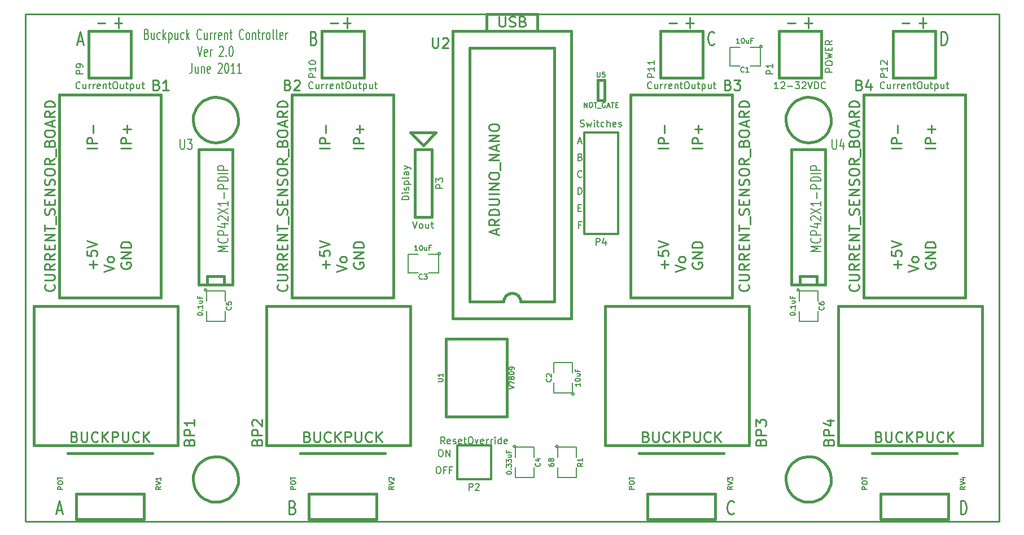
<source format=gto>
G04 (created by PCBNEW-RS274X (2010-03-14)-final) date Wed 08 Jun 2011 02:42:47 PM PDT*
G01*
G70*
G90*
%MOIN*%
G04 Gerber Fmt 3.4, Leading zero omitted, Abs format*
%FSLAX34Y34*%
G04 APERTURE LIST*
%ADD10C,0.006000*%
%ADD11C,0.015000*%
%ADD12C,0.006700*%
%ADD13C,0.009000*%
%ADD14C,0.010000*%
%ADD15C,0.005000*%
%ADD16C,0.012000*%
%ADD17C,0.007500*%
G04 APERTURE END LIST*
G54D10*
G54D11*
X53500Y-32750D02*
X52750Y-33500D01*
X52000Y-32750D02*
X53500Y-32750D01*
X52750Y-33500D02*
X52000Y-32750D01*
G54D12*
X52140Y-38012D02*
X52273Y-38412D01*
X52407Y-38012D01*
X52597Y-38412D02*
X52559Y-38393D01*
X52540Y-38374D01*
X52521Y-38336D01*
X52521Y-38221D01*
X52540Y-38183D01*
X52559Y-38164D01*
X52597Y-38145D01*
X52655Y-38145D01*
X52693Y-38164D01*
X52712Y-38183D01*
X52731Y-38221D01*
X52731Y-38336D01*
X52712Y-38374D01*
X52693Y-38393D01*
X52655Y-38412D01*
X52597Y-38412D01*
X53074Y-38145D02*
X53074Y-38412D01*
X52902Y-38145D02*
X52902Y-38355D01*
X52921Y-38393D01*
X52959Y-38412D01*
X53017Y-38412D01*
X53055Y-38393D01*
X53074Y-38374D01*
X53207Y-38145D02*
X53359Y-38145D01*
X53264Y-38012D02*
X53264Y-38355D01*
X53283Y-38393D01*
X53321Y-38412D01*
X53359Y-38412D01*
X62058Y-38202D02*
X61924Y-38202D01*
X61924Y-38412D02*
X61924Y-38012D01*
X62115Y-38012D01*
X61914Y-37202D02*
X62048Y-37202D01*
X62105Y-37412D02*
X61914Y-37412D01*
X61914Y-37012D01*
X62105Y-37012D01*
G54D13*
X29250Y-25750D02*
X29250Y-55750D01*
X86750Y-25750D02*
X29250Y-25750D01*
X86750Y-55750D02*
X86750Y-25750D01*
X29250Y-55750D02*
X86750Y-55750D01*
G54D14*
X82022Y-26269D02*
X82479Y-26269D01*
X82250Y-26574D02*
X82250Y-25964D01*
X74272Y-26269D02*
X74729Y-26269D01*
X81022Y-26269D02*
X81479Y-26269D01*
X75272Y-26269D02*
X75729Y-26269D01*
X75500Y-26574D02*
X75500Y-25964D01*
X83343Y-27574D02*
X83343Y-26774D01*
X83486Y-26774D01*
X83571Y-26812D01*
X83629Y-26888D01*
X83657Y-26964D01*
X83686Y-27117D01*
X83686Y-27231D01*
X83657Y-27383D01*
X83629Y-27460D01*
X83571Y-27536D01*
X83486Y-27574D01*
X83343Y-27574D01*
X69936Y-27498D02*
X69907Y-27536D01*
X69821Y-27574D01*
X69764Y-27574D01*
X69679Y-27536D01*
X69621Y-27460D01*
X69593Y-27383D01*
X69564Y-27231D01*
X69564Y-27117D01*
X69593Y-26964D01*
X69621Y-26888D01*
X69679Y-26812D01*
X69764Y-26774D01*
X69821Y-26774D01*
X69907Y-26812D01*
X69936Y-26850D01*
X46293Y-27155D02*
X46379Y-27193D01*
X46407Y-27231D01*
X46436Y-27307D01*
X46436Y-27421D01*
X46407Y-27498D01*
X46379Y-27536D01*
X46321Y-27574D01*
X46093Y-27574D01*
X46093Y-26774D01*
X46293Y-26774D01*
X46350Y-26812D01*
X46379Y-26850D01*
X46407Y-26926D01*
X46407Y-27002D01*
X46379Y-27079D01*
X46350Y-27117D01*
X46293Y-27155D01*
X46093Y-27155D01*
X32357Y-27345D02*
X32643Y-27345D01*
X32300Y-27574D02*
X32500Y-26774D01*
X32700Y-27574D01*
X84493Y-55324D02*
X84493Y-54524D01*
X84636Y-54524D01*
X84721Y-54562D01*
X84779Y-54638D01*
X84807Y-54714D01*
X84836Y-54867D01*
X84836Y-54981D01*
X84807Y-55133D01*
X84779Y-55210D01*
X84721Y-55286D01*
X84636Y-55324D01*
X84493Y-55324D01*
X71086Y-55248D02*
X71057Y-55286D01*
X70971Y-55324D01*
X70914Y-55324D01*
X70829Y-55286D01*
X70771Y-55210D01*
X70743Y-55133D01*
X70714Y-54981D01*
X70714Y-54867D01*
X70743Y-54714D01*
X70771Y-54638D01*
X70829Y-54562D01*
X70914Y-54524D01*
X70971Y-54524D01*
X71057Y-54562D01*
X71086Y-54600D01*
X45043Y-54905D02*
X45129Y-54943D01*
X45157Y-54981D01*
X45186Y-55057D01*
X45186Y-55171D01*
X45157Y-55248D01*
X45129Y-55286D01*
X45071Y-55324D01*
X44843Y-55324D01*
X44843Y-54524D01*
X45043Y-54524D01*
X45100Y-54562D01*
X45129Y-54600D01*
X45157Y-54676D01*
X45157Y-54752D01*
X45129Y-54829D01*
X45100Y-54867D01*
X45043Y-54905D01*
X44843Y-54905D01*
X31107Y-55095D02*
X31393Y-55095D01*
X31050Y-55324D02*
X31250Y-54524D01*
X31450Y-55324D01*
G54D12*
X61895Y-36412D02*
X61895Y-36012D01*
X61990Y-36012D01*
X62048Y-36031D01*
X62086Y-36069D01*
X62105Y-36107D01*
X62124Y-36183D01*
X62124Y-36240D01*
X62105Y-36317D01*
X62086Y-36355D01*
X62048Y-36393D01*
X61990Y-36412D01*
X61895Y-36412D01*
X62124Y-35374D02*
X62105Y-35393D01*
X62048Y-35412D01*
X62010Y-35412D01*
X61952Y-35393D01*
X61914Y-35355D01*
X61895Y-35317D01*
X61876Y-35240D01*
X61876Y-35183D01*
X61895Y-35107D01*
X61914Y-35069D01*
X61952Y-35031D01*
X62010Y-35012D01*
X62048Y-35012D01*
X62105Y-35031D01*
X62124Y-35050D01*
X62029Y-34202D02*
X62086Y-34221D01*
X62105Y-34240D01*
X62124Y-34279D01*
X62124Y-34336D01*
X62105Y-34374D01*
X62086Y-34393D01*
X62048Y-34412D01*
X61895Y-34412D01*
X61895Y-34012D01*
X62029Y-34012D01*
X62067Y-34031D01*
X62086Y-34050D01*
X62105Y-34088D01*
X62105Y-34126D01*
X62086Y-34164D01*
X62067Y-34183D01*
X62029Y-34202D01*
X61895Y-34202D01*
X61905Y-33298D02*
X62096Y-33298D01*
X61867Y-33412D02*
X62000Y-33012D01*
X62134Y-33412D01*
X73724Y-30162D02*
X73495Y-30162D01*
X73609Y-30162D02*
X73609Y-29762D01*
X73571Y-29819D01*
X73533Y-29857D01*
X73495Y-29876D01*
X73876Y-29800D02*
X73895Y-29781D01*
X73933Y-29762D01*
X74029Y-29762D01*
X74067Y-29781D01*
X74086Y-29800D01*
X74105Y-29838D01*
X74105Y-29876D01*
X74086Y-29933D01*
X73857Y-30162D01*
X74105Y-30162D01*
X74276Y-30010D02*
X74581Y-30010D01*
X74733Y-29762D02*
X74981Y-29762D01*
X74847Y-29914D01*
X74905Y-29914D01*
X74943Y-29933D01*
X74962Y-29952D01*
X74981Y-29990D01*
X74981Y-30086D01*
X74962Y-30124D01*
X74943Y-30143D01*
X74905Y-30162D01*
X74790Y-30162D01*
X74752Y-30143D01*
X74733Y-30124D01*
X75133Y-29800D02*
X75152Y-29781D01*
X75190Y-29762D01*
X75286Y-29762D01*
X75324Y-29781D01*
X75343Y-29800D01*
X75362Y-29838D01*
X75362Y-29876D01*
X75343Y-29933D01*
X75114Y-30162D01*
X75362Y-30162D01*
X75476Y-29762D02*
X75609Y-30162D01*
X75743Y-29762D01*
X75876Y-30162D02*
X75876Y-29762D01*
X75971Y-29762D01*
X76029Y-29781D01*
X76067Y-29819D01*
X76086Y-29857D01*
X76105Y-29933D01*
X76105Y-29990D01*
X76086Y-30067D01*
X76067Y-30105D01*
X76029Y-30143D01*
X75971Y-30162D01*
X75876Y-30162D01*
X76505Y-30124D02*
X76486Y-30143D01*
X76429Y-30162D01*
X76391Y-30162D01*
X76333Y-30143D01*
X76295Y-30105D01*
X76276Y-30067D01*
X76257Y-29990D01*
X76257Y-29933D01*
X76276Y-29857D01*
X76295Y-29819D01*
X76333Y-29781D01*
X76391Y-29762D01*
X76429Y-29762D01*
X76486Y-29781D01*
X76505Y-29800D01*
G54D14*
X67272Y-26269D02*
X67729Y-26269D01*
X47272Y-26269D02*
X47729Y-26269D01*
X68272Y-26269D02*
X68729Y-26269D01*
X68500Y-26574D02*
X68500Y-25964D01*
X48022Y-26269D02*
X48479Y-26269D01*
X48250Y-26574D02*
X48250Y-25964D01*
X33522Y-26269D02*
X33979Y-26269D01*
X34522Y-26269D02*
X34979Y-26269D01*
X34750Y-26574D02*
X34750Y-25964D01*
G54D12*
X53752Y-51512D02*
X53829Y-51512D01*
X53867Y-51531D01*
X53905Y-51569D01*
X53924Y-51645D01*
X53924Y-51779D01*
X53905Y-51855D01*
X53867Y-51893D01*
X53829Y-51912D01*
X53752Y-51912D01*
X53714Y-51893D01*
X53676Y-51855D01*
X53657Y-51779D01*
X53657Y-51645D01*
X53676Y-51569D01*
X53714Y-51531D01*
X53752Y-51512D01*
X54095Y-51912D02*
X54095Y-51512D01*
X54324Y-51912D01*
X54324Y-51512D01*
X53619Y-52512D02*
X53696Y-52512D01*
X53734Y-52531D01*
X53772Y-52569D01*
X53791Y-52645D01*
X53791Y-52779D01*
X53772Y-52855D01*
X53734Y-52893D01*
X53696Y-52912D01*
X53619Y-52912D01*
X53581Y-52893D01*
X53543Y-52855D01*
X53524Y-52779D01*
X53524Y-52645D01*
X53543Y-52569D01*
X53581Y-52531D01*
X53619Y-52512D01*
X54096Y-52702D02*
X53962Y-52702D01*
X53962Y-52912D02*
X53962Y-52512D01*
X54153Y-52512D01*
X54439Y-52702D02*
X54305Y-52702D01*
X54305Y-52912D02*
X54305Y-52512D01*
X54496Y-52512D01*
X39110Y-28643D02*
X39110Y-29071D01*
X39090Y-29157D01*
X39052Y-29214D01*
X38995Y-29243D01*
X38957Y-29243D01*
X39472Y-28843D02*
X39472Y-29243D01*
X39300Y-28843D02*
X39300Y-29157D01*
X39319Y-29214D01*
X39357Y-29243D01*
X39415Y-29243D01*
X39453Y-29214D01*
X39472Y-29186D01*
X39662Y-28843D02*
X39662Y-29243D01*
X39662Y-28900D02*
X39681Y-28871D01*
X39719Y-28843D01*
X39777Y-28843D01*
X39815Y-28871D01*
X39834Y-28929D01*
X39834Y-29243D01*
X40177Y-29214D02*
X40139Y-29243D01*
X40062Y-29243D01*
X40024Y-29214D01*
X40005Y-29157D01*
X40005Y-28929D01*
X40024Y-28871D01*
X40062Y-28843D01*
X40139Y-28843D01*
X40177Y-28871D01*
X40196Y-28929D01*
X40196Y-28986D01*
X40005Y-29043D01*
X40653Y-28700D02*
X40672Y-28671D01*
X40710Y-28643D01*
X40806Y-28643D01*
X40844Y-28671D01*
X40863Y-28700D01*
X40882Y-28757D01*
X40882Y-28814D01*
X40863Y-28900D01*
X40634Y-29243D01*
X40882Y-29243D01*
X41129Y-28643D02*
X41168Y-28643D01*
X41206Y-28671D01*
X41225Y-28700D01*
X41244Y-28757D01*
X41263Y-28871D01*
X41263Y-29014D01*
X41244Y-29129D01*
X41225Y-29186D01*
X41206Y-29214D01*
X41168Y-29243D01*
X41129Y-29243D01*
X41091Y-29214D01*
X41072Y-29186D01*
X41053Y-29129D01*
X41034Y-29014D01*
X41034Y-28871D01*
X41053Y-28757D01*
X41072Y-28700D01*
X41091Y-28671D01*
X41129Y-28643D01*
X41644Y-29243D02*
X41415Y-29243D01*
X41529Y-29243D02*
X41529Y-28643D01*
X41491Y-28729D01*
X41453Y-28786D01*
X41415Y-28814D01*
X42025Y-29243D02*
X41796Y-29243D01*
X41910Y-29243D02*
X41910Y-28643D01*
X41872Y-28729D01*
X41834Y-28786D01*
X41796Y-28814D01*
X39443Y-27643D02*
X39576Y-28243D01*
X39710Y-27643D01*
X39996Y-28214D02*
X39958Y-28243D01*
X39881Y-28243D01*
X39843Y-28214D01*
X39824Y-28157D01*
X39824Y-27929D01*
X39843Y-27871D01*
X39881Y-27843D01*
X39958Y-27843D01*
X39996Y-27871D01*
X40015Y-27929D01*
X40015Y-27986D01*
X39824Y-28043D01*
X40186Y-28243D02*
X40186Y-27843D01*
X40186Y-27957D02*
X40205Y-27900D01*
X40224Y-27871D01*
X40262Y-27843D01*
X40301Y-27843D01*
X40720Y-27700D02*
X40739Y-27671D01*
X40777Y-27643D01*
X40873Y-27643D01*
X40911Y-27671D01*
X40930Y-27700D01*
X40949Y-27757D01*
X40949Y-27814D01*
X40930Y-27900D01*
X40701Y-28243D01*
X40949Y-28243D01*
X41120Y-28186D02*
X41139Y-28214D01*
X41120Y-28243D01*
X41101Y-28214D01*
X41120Y-28186D01*
X41120Y-28243D01*
X41386Y-27643D02*
X41425Y-27643D01*
X41463Y-27671D01*
X41482Y-27700D01*
X41501Y-27757D01*
X41520Y-27871D01*
X41520Y-28014D01*
X41501Y-28129D01*
X41482Y-28186D01*
X41463Y-28214D01*
X41425Y-28243D01*
X41386Y-28243D01*
X41348Y-28214D01*
X41329Y-28186D01*
X41310Y-28129D01*
X41291Y-28014D01*
X41291Y-27871D01*
X41310Y-27757D01*
X41329Y-27700D01*
X41348Y-27671D01*
X41386Y-27643D01*
X36431Y-26929D02*
X36488Y-26957D01*
X36507Y-26986D01*
X36526Y-27043D01*
X36526Y-27129D01*
X36507Y-27186D01*
X36488Y-27214D01*
X36450Y-27243D01*
X36297Y-27243D01*
X36297Y-26643D01*
X36431Y-26643D01*
X36469Y-26671D01*
X36488Y-26700D01*
X36507Y-26757D01*
X36507Y-26814D01*
X36488Y-26871D01*
X36469Y-26900D01*
X36431Y-26929D01*
X36297Y-26929D01*
X36869Y-26843D02*
X36869Y-27243D01*
X36697Y-26843D02*
X36697Y-27157D01*
X36716Y-27214D01*
X36754Y-27243D01*
X36812Y-27243D01*
X36850Y-27214D01*
X36869Y-27186D01*
X37231Y-27214D02*
X37193Y-27243D01*
X37116Y-27243D01*
X37078Y-27214D01*
X37059Y-27186D01*
X37040Y-27129D01*
X37040Y-26957D01*
X37059Y-26900D01*
X37078Y-26871D01*
X37116Y-26843D01*
X37193Y-26843D01*
X37231Y-26871D01*
X37402Y-27243D02*
X37402Y-26643D01*
X37440Y-27014D02*
X37555Y-27243D01*
X37555Y-26843D02*
X37402Y-27071D01*
X37726Y-26843D02*
X37726Y-27443D01*
X37726Y-26871D02*
X37764Y-26843D01*
X37841Y-26843D01*
X37879Y-26871D01*
X37898Y-26900D01*
X37917Y-26957D01*
X37917Y-27129D01*
X37898Y-27186D01*
X37879Y-27214D01*
X37841Y-27243D01*
X37764Y-27243D01*
X37726Y-27214D01*
X38260Y-26843D02*
X38260Y-27243D01*
X38088Y-26843D02*
X38088Y-27157D01*
X38107Y-27214D01*
X38145Y-27243D01*
X38203Y-27243D01*
X38241Y-27214D01*
X38260Y-27186D01*
X38622Y-27214D02*
X38584Y-27243D01*
X38507Y-27243D01*
X38469Y-27214D01*
X38450Y-27186D01*
X38431Y-27129D01*
X38431Y-26957D01*
X38450Y-26900D01*
X38469Y-26871D01*
X38507Y-26843D01*
X38584Y-26843D01*
X38622Y-26871D01*
X38793Y-27243D02*
X38793Y-26643D01*
X38831Y-27014D02*
X38946Y-27243D01*
X38946Y-26843D02*
X38793Y-27071D01*
X39651Y-27186D02*
X39632Y-27214D01*
X39575Y-27243D01*
X39537Y-27243D01*
X39479Y-27214D01*
X39441Y-27157D01*
X39422Y-27100D01*
X39403Y-26986D01*
X39403Y-26900D01*
X39422Y-26786D01*
X39441Y-26729D01*
X39479Y-26671D01*
X39537Y-26643D01*
X39575Y-26643D01*
X39632Y-26671D01*
X39651Y-26700D01*
X39994Y-26843D02*
X39994Y-27243D01*
X39822Y-26843D02*
X39822Y-27157D01*
X39841Y-27214D01*
X39879Y-27243D01*
X39937Y-27243D01*
X39975Y-27214D01*
X39994Y-27186D01*
X40184Y-27243D02*
X40184Y-26843D01*
X40184Y-26957D02*
X40203Y-26900D01*
X40222Y-26871D01*
X40260Y-26843D01*
X40299Y-26843D01*
X40432Y-27243D02*
X40432Y-26843D01*
X40432Y-26957D02*
X40451Y-26900D01*
X40470Y-26871D01*
X40508Y-26843D01*
X40547Y-26843D01*
X40833Y-27214D02*
X40795Y-27243D01*
X40718Y-27243D01*
X40680Y-27214D01*
X40661Y-27157D01*
X40661Y-26929D01*
X40680Y-26871D01*
X40718Y-26843D01*
X40795Y-26843D01*
X40833Y-26871D01*
X40852Y-26929D01*
X40852Y-26986D01*
X40661Y-27043D01*
X41023Y-26843D02*
X41023Y-27243D01*
X41023Y-26900D02*
X41042Y-26871D01*
X41080Y-26843D01*
X41138Y-26843D01*
X41176Y-26871D01*
X41195Y-26929D01*
X41195Y-27243D01*
X41328Y-26843D02*
X41480Y-26843D01*
X41385Y-26643D02*
X41385Y-27157D01*
X41404Y-27214D01*
X41442Y-27243D01*
X41480Y-27243D01*
X42148Y-27186D02*
X42129Y-27214D01*
X42072Y-27243D01*
X42034Y-27243D01*
X41976Y-27214D01*
X41938Y-27157D01*
X41919Y-27100D01*
X41900Y-26986D01*
X41900Y-26900D01*
X41919Y-26786D01*
X41938Y-26729D01*
X41976Y-26671D01*
X42034Y-26643D01*
X42072Y-26643D01*
X42129Y-26671D01*
X42148Y-26700D01*
X42376Y-27243D02*
X42338Y-27214D01*
X42319Y-27186D01*
X42300Y-27129D01*
X42300Y-26957D01*
X42319Y-26900D01*
X42338Y-26871D01*
X42376Y-26843D01*
X42434Y-26843D01*
X42472Y-26871D01*
X42491Y-26900D01*
X42510Y-26957D01*
X42510Y-27129D01*
X42491Y-27186D01*
X42472Y-27214D01*
X42434Y-27243D01*
X42376Y-27243D01*
X42681Y-26843D02*
X42681Y-27243D01*
X42681Y-26900D02*
X42700Y-26871D01*
X42738Y-26843D01*
X42796Y-26843D01*
X42834Y-26871D01*
X42853Y-26929D01*
X42853Y-27243D01*
X42986Y-26843D02*
X43138Y-26843D01*
X43043Y-26643D02*
X43043Y-27157D01*
X43062Y-27214D01*
X43100Y-27243D01*
X43138Y-27243D01*
X43272Y-27243D02*
X43272Y-26843D01*
X43272Y-26957D02*
X43291Y-26900D01*
X43310Y-26871D01*
X43348Y-26843D01*
X43387Y-26843D01*
X43577Y-27243D02*
X43539Y-27214D01*
X43520Y-27186D01*
X43501Y-27129D01*
X43501Y-26957D01*
X43520Y-26900D01*
X43539Y-26871D01*
X43577Y-26843D01*
X43635Y-26843D01*
X43673Y-26871D01*
X43692Y-26900D01*
X43711Y-26957D01*
X43711Y-27129D01*
X43692Y-27186D01*
X43673Y-27214D01*
X43635Y-27243D01*
X43577Y-27243D01*
X43939Y-27243D02*
X43901Y-27214D01*
X43882Y-27157D01*
X43882Y-26643D01*
X44149Y-27243D02*
X44111Y-27214D01*
X44092Y-27157D01*
X44092Y-26643D01*
X44455Y-27214D02*
X44417Y-27243D01*
X44340Y-27243D01*
X44302Y-27214D01*
X44283Y-27157D01*
X44283Y-26929D01*
X44302Y-26871D01*
X44340Y-26843D01*
X44417Y-26843D01*
X44455Y-26871D01*
X44474Y-26929D01*
X44474Y-26986D01*
X44283Y-27043D01*
X44645Y-27243D02*
X44645Y-26843D01*
X44645Y-26957D02*
X44664Y-26900D01*
X44683Y-26871D01*
X44721Y-26843D01*
X44760Y-26843D01*
G54D11*
X36750Y-51700D02*
X31750Y-51700D01*
X36250Y-55600D02*
X32250Y-55600D01*
X32250Y-55600D02*
X32250Y-54100D01*
X32250Y-54100D02*
X36250Y-54100D01*
X36250Y-54100D02*
X36250Y-55600D01*
X84250Y-51700D02*
X79250Y-51700D01*
X83750Y-55600D02*
X79750Y-55600D01*
X79750Y-55600D02*
X79750Y-54100D01*
X79750Y-54100D02*
X83750Y-54100D01*
X83750Y-54100D02*
X83750Y-55600D01*
X70500Y-51700D02*
X65500Y-51700D01*
X70000Y-55600D02*
X66000Y-55600D01*
X66000Y-55600D02*
X66000Y-54100D01*
X66000Y-54100D02*
X70000Y-54100D01*
X70000Y-54100D02*
X70000Y-55600D01*
X50500Y-51700D02*
X45500Y-51700D01*
X50000Y-55600D02*
X46000Y-55600D01*
X46000Y-55600D02*
X46000Y-54100D01*
X46000Y-54100D02*
X50000Y-54100D01*
X50000Y-54100D02*
X50000Y-55600D01*
X59500Y-26750D02*
X59500Y-25750D01*
X59500Y-25750D02*
X56500Y-25750D01*
X56500Y-25750D02*
X56500Y-26750D01*
X61500Y-43750D02*
X54500Y-43750D01*
X54500Y-43750D02*
X54500Y-26750D01*
X54500Y-26750D02*
X61500Y-26750D01*
X61500Y-26750D02*
X61500Y-43750D01*
X58500Y-42750D02*
X58498Y-42707D01*
X58492Y-42664D01*
X58482Y-42621D01*
X58469Y-42579D01*
X58453Y-42539D01*
X58433Y-42501D01*
X58409Y-42464D01*
X58383Y-42429D01*
X58353Y-42397D01*
X58321Y-42367D01*
X58286Y-42341D01*
X58250Y-42317D01*
X58211Y-42297D01*
X58171Y-42281D01*
X58129Y-42268D01*
X58086Y-42258D01*
X58043Y-42252D01*
X58000Y-42250D01*
X58000Y-42250D02*
X57957Y-42252D01*
X57914Y-42258D01*
X57871Y-42268D01*
X57829Y-42281D01*
X57789Y-42297D01*
X57751Y-42317D01*
X57714Y-42341D01*
X57679Y-42367D01*
X57647Y-42397D01*
X57617Y-42429D01*
X57591Y-42464D01*
X57567Y-42501D01*
X57547Y-42539D01*
X57531Y-42579D01*
X57518Y-42621D01*
X57508Y-42664D01*
X57502Y-42707D01*
X57500Y-42750D01*
X55500Y-42750D02*
X57500Y-42750D01*
X60500Y-42750D02*
X58500Y-42750D01*
X60500Y-42750D02*
X60500Y-27750D01*
X60500Y-27750D02*
X55500Y-27750D01*
X55500Y-27750D02*
X55500Y-42750D01*
X54100Y-49550D02*
X57700Y-49550D01*
X57700Y-49550D02*
X57700Y-44950D01*
X57700Y-44950D02*
X54100Y-44950D01*
X54100Y-44950D02*
X54100Y-49550D01*
G54D15*
X61670Y-48200D02*
X61668Y-48213D01*
X61664Y-48226D01*
X61658Y-48238D01*
X61649Y-48249D01*
X61639Y-48258D01*
X61627Y-48264D01*
X61614Y-48268D01*
X61600Y-48269D01*
X61587Y-48268D01*
X61574Y-48264D01*
X61562Y-48258D01*
X61552Y-48250D01*
X61543Y-48239D01*
X61536Y-48227D01*
X61532Y-48214D01*
X61531Y-48200D01*
X61532Y-48188D01*
X61535Y-48175D01*
X61542Y-48163D01*
X61550Y-48152D01*
X61561Y-48143D01*
X61572Y-48136D01*
X61585Y-48132D01*
X61599Y-48131D01*
X61612Y-48132D01*
X61625Y-48135D01*
X61637Y-48141D01*
X61648Y-48150D01*
X61657Y-48160D01*
X61663Y-48172D01*
X61668Y-48185D01*
X61669Y-48199D01*
X61670Y-48200D01*
X60450Y-47550D02*
X60450Y-48150D01*
X60450Y-48150D02*
X61550Y-48150D01*
X61550Y-48150D02*
X61550Y-47550D01*
X61550Y-46950D02*
X61550Y-46350D01*
X61550Y-46350D02*
X60450Y-46350D01*
X60450Y-46350D02*
X60450Y-46950D01*
X53770Y-39900D02*
X53768Y-39913D01*
X53764Y-39926D01*
X53758Y-39938D01*
X53749Y-39949D01*
X53739Y-39958D01*
X53727Y-39964D01*
X53714Y-39968D01*
X53700Y-39969D01*
X53687Y-39968D01*
X53674Y-39964D01*
X53662Y-39958D01*
X53652Y-39950D01*
X53643Y-39939D01*
X53636Y-39927D01*
X53632Y-39914D01*
X53631Y-39900D01*
X53632Y-39888D01*
X53635Y-39875D01*
X53642Y-39863D01*
X53650Y-39852D01*
X53661Y-39843D01*
X53672Y-39836D01*
X53685Y-39832D01*
X53699Y-39831D01*
X53712Y-39832D01*
X53725Y-39835D01*
X53737Y-39841D01*
X53748Y-39850D01*
X53757Y-39860D01*
X53763Y-39872D01*
X53768Y-39885D01*
X53769Y-39899D01*
X53770Y-39900D01*
X53050Y-41050D02*
X53650Y-41050D01*
X53650Y-41050D02*
X53650Y-39950D01*
X53650Y-39950D02*
X53050Y-39950D01*
X52450Y-39950D02*
X51850Y-39950D01*
X51850Y-39950D02*
X51850Y-41050D01*
X51850Y-41050D02*
X52450Y-41050D01*
X58220Y-51300D02*
X58218Y-51313D01*
X58214Y-51326D01*
X58208Y-51338D01*
X58199Y-51349D01*
X58189Y-51358D01*
X58177Y-51364D01*
X58164Y-51368D01*
X58150Y-51369D01*
X58137Y-51368D01*
X58124Y-51364D01*
X58112Y-51358D01*
X58102Y-51350D01*
X58093Y-51339D01*
X58086Y-51327D01*
X58082Y-51314D01*
X58081Y-51300D01*
X58082Y-51288D01*
X58085Y-51275D01*
X58092Y-51263D01*
X58100Y-51252D01*
X58111Y-51243D01*
X58122Y-51236D01*
X58135Y-51232D01*
X58149Y-51231D01*
X58162Y-51232D01*
X58175Y-51235D01*
X58187Y-51241D01*
X58198Y-51250D01*
X58207Y-51260D01*
X58213Y-51272D01*
X58218Y-51285D01*
X58219Y-51299D01*
X58220Y-51300D01*
X59300Y-51950D02*
X59300Y-51350D01*
X59300Y-51350D02*
X58200Y-51350D01*
X58200Y-51350D02*
X58200Y-51950D01*
X58200Y-52550D02*
X58200Y-53150D01*
X58200Y-53150D02*
X59300Y-53150D01*
X59300Y-53150D02*
X59300Y-52550D01*
X39970Y-42050D02*
X39968Y-42063D01*
X39964Y-42076D01*
X39958Y-42088D01*
X39949Y-42099D01*
X39939Y-42108D01*
X39927Y-42114D01*
X39914Y-42118D01*
X39900Y-42119D01*
X39887Y-42118D01*
X39874Y-42114D01*
X39862Y-42108D01*
X39852Y-42100D01*
X39843Y-42089D01*
X39836Y-42077D01*
X39832Y-42064D01*
X39831Y-42050D01*
X39832Y-42038D01*
X39835Y-42025D01*
X39842Y-42013D01*
X39850Y-42002D01*
X39861Y-41993D01*
X39872Y-41986D01*
X39885Y-41982D01*
X39899Y-41981D01*
X39912Y-41982D01*
X39925Y-41985D01*
X39937Y-41991D01*
X39948Y-42000D01*
X39957Y-42010D01*
X39963Y-42022D01*
X39968Y-42035D01*
X39969Y-42049D01*
X39970Y-42050D01*
X41050Y-42700D02*
X41050Y-42100D01*
X41050Y-42100D02*
X39950Y-42100D01*
X39950Y-42100D02*
X39950Y-42700D01*
X39950Y-43300D02*
X39950Y-43900D01*
X39950Y-43900D02*
X41050Y-43900D01*
X41050Y-43900D02*
X41050Y-43300D01*
G54D16*
X56750Y-51250D02*
X56750Y-53250D01*
X56750Y-53250D02*
X54750Y-53250D01*
X54750Y-53250D02*
X54750Y-51250D01*
X54750Y-51250D02*
X56750Y-51250D01*
G54D15*
X60720Y-51300D02*
X60718Y-51313D01*
X60714Y-51326D01*
X60708Y-51338D01*
X60699Y-51349D01*
X60689Y-51358D01*
X60677Y-51364D01*
X60664Y-51368D01*
X60650Y-51369D01*
X60637Y-51368D01*
X60624Y-51364D01*
X60612Y-51358D01*
X60602Y-51350D01*
X60593Y-51339D01*
X60586Y-51327D01*
X60582Y-51314D01*
X60581Y-51300D01*
X60582Y-51288D01*
X60585Y-51275D01*
X60592Y-51263D01*
X60600Y-51252D01*
X60611Y-51243D01*
X60622Y-51236D01*
X60635Y-51232D01*
X60649Y-51231D01*
X60662Y-51232D01*
X60675Y-51235D01*
X60687Y-51241D01*
X60698Y-51250D01*
X60707Y-51260D01*
X60713Y-51272D01*
X60718Y-51285D01*
X60719Y-51299D01*
X60720Y-51300D01*
X61800Y-51950D02*
X61800Y-51350D01*
X61800Y-51350D02*
X60700Y-51350D01*
X60700Y-51350D02*
X60700Y-51950D01*
X60700Y-52550D02*
X60700Y-53150D01*
X60700Y-53150D02*
X61800Y-53150D01*
X61800Y-53150D02*
X61800Y-52550D01*
X72770Y-27650D02*
X72768Y-27663D01*
X72764Y-27676D01*
X72758Y-27688D01*
X72749Y-27699D01*
X72739Y-27708D01*
X72727Y-27714D01*
X72714Y-27718D01*
X72700Y-27719D01*
X72687Y-27718D01*
X72674Y-27714D01*
X72662Y-27708D01*
X72652Y-27700D01*
X72643Y-27689D01*
X72636Y-27677D01*
X72632Y-27664D01*
X72631Y-27650D01*
X72632Y-27638D01*
X72635Y-27625D01*
X72642Y-27613D01*
X72650Y-27602D01*
X72661Y-27593D01*
X72672Y-27586D01*
X72685Y-27582D01*
X72699Y-27581D01*
X72712Y-27582D01*
X72725Y-27585D01*
X72737Y-27591D01*
X72748Y-27600D01*
X72757Y-27610D01*
X72763Y-27622D01*
X72768Y-27635D01*
X72769Y-27649D01*
X72770Y-27650D01*
X72050Y-28800D02*
X72650Y-28800D01*
X72650Y-28800D02*
X72650Y-27700D01*
X72650Y-27700D02*
X72050Y-27700D01*
X71450Y-27700D02*
X70850Y-27700D01*
X70850Y-27700D02*
X70850Y-28800D01*
X70850Y-28800D02*
X71450Y-28800D01*
G54D11*
X84750Y-30500D02*
X78750Y-30500D01*
X78750Y-30500D02*
X78750Y-42500D01*
X78750Y-42500D02*
X84750Y-42500D01*
X84750Y-42500D02*
X84750Y-30500D01*
X71000Y-30500D02*
X65000Y-30500D01*
X65000Y-30500D02*
X65000Y-42500D01*
X65000Y-42500D02*
X71000Y-42500D01*
X71000Y-42500D02*
X71000Y-30500D01*
X51000Y-30500D02*
X45000Y-30500D01*
X45000Y-30500D02*
X45000Y-42500D01*
X45000Y-42500D02*
X51000Y-42500D01*
X51000Y-42500D02*
X51000Y-30500D01*
X37250Y-30500D02*
X31250Y-30500D01*
X31250Y-30500D02*
X31250Y-42500D01*
X31250Y-42500D02*
X37250Y-42500D01*
X37250Y-42500D02*
X37250Y-30500D01*
X53250Y-33750D02*
X52250Y-33750D01*
X52250Y-33750D02*
X52250Y-37750D01*
X52250Y-37750D02*
X53250Y-37750D01*
X53250Y-37750D02*
X53250Y-33750D01*
G54D16*
X64250Y-32750D02*
X64250Y-38750D01*
X64250Y-38750D02*
X62250Y-38750D01*
X62250Y-38750D02*
X62250Y-32750D01*
X62250Y-32750D02*
X64250Y-32750D01*
G54D11*
X76846Y-32000D02*
X76820Y-32261D01*
X76744Y-32512D01*
X76621Y-32744D01*
X76455Y-32948D01*
X76252Y-33115D01*
X76021Y-33240D01*
X75770Y-33318D01*
X75509Y-33345D01*
X75248Y-33322D01*
X74996Y-33247D01*
X74763Y-33126D01*
X74559Y-32961D01*
X74390Y-32760D01*
X74263Y-32530D01*
X74184Y-32279D01*
X74155Y-32018D01*
X74177Y-31758D01*
X74249Y-31505D01*
X74369Y-31271D01*
X74532Y-31065D01*
X74732Y-30895D01*
X74962Y-30767D01*
X75211Y-30686D01*
X75472Y-30655D01*
X75733Y-30675D01*
X75986Y-30746D01*
X76221Y-30864D01*
X76428Y-31026D01*
X76599Y-31225D01*
X76729Y-31453D01*
X76812Y-31702D01*
X76845Y-31963D01*
X76846Y-32000D01*
X41846Y-53250D02*
X41820Y-53511D01*
X41744Y-53762D01*
X41621Y-53994D01*
X41455Y-54198D01*
X41252Y-54365D01*
X41021Y-54490D01*
X40770Y-54568D01*
X40509Y-54595D01*
X40248Y-54572D01*
X39996Y-54497D01*
X39763Y-54376D01*
X39559Y-54211D01*
X39390Y-54010D01*
X39263Y-53780D01*
X39184Y-53529D01*
X39155Y-53268D01*
X39177Y-53008D01*
X39249Y-52755D01*
X39369Y-52521D01*
X39532Y-52315D01*
X39732Y-52145D01*
X39962Y-52017D01*
X40211Y-51936D01*
X40472Y-51905D01*
X40733Y-51925D01*
X40986Y-51996D01*
X41221Y-52114D01*
X41428Y-52276D01*
X41599Y-52475D01*
X41729Y-52703D01*
X41812Y-52952D01*
X41845Y-53213D01*
X41846Y-53250D01*
X76846Y-53250D02*
X76820Y-53511D01*
X76744Y-53762D01*
X76621Y-53994D01*
X76455Y-54198D01*
X76252Y-54365D01*
X76021Y-54490D01*
X75770Y-54568D01*
X75509Y-54595D01*
X75248Y-54572D01*
X74996Y-54497D01*
X74763Y-54376D01*
X74559Y-54211D01*
X74390Y-54010D01*
X74263Y-53780D01*
X74184Y-53529D01*
X74155Y-53268D01*
X74177Y-53008D01*
X74249Y-52755D01*
X74369Y-52521D01*
X74532Y-52315D01*
X74732Y-52145D01*
X74962Y-52017D01*
X75211Y-51936D01*
X75472Y-51905D01*
X75733Y-51925D01*
X75986Y-51996D01*
X76221Y-52114D01*
X76428Y-52276D01*
X76599Y-52475D01*
X76729Y-52703D01*
X76812Y-52952D01*
X76845Y-53213D01*
X76846Y-53250D01*
X41846Y-32000D02*
X41820Y-32261D01*
X41744Y-32512D01*
X41621Y-32744D01*
X41455Y-32948D01*
X41252Y-33115D01*
X41021Y-33240D01*
X40770Y-33318D01*
X40509Y-33345D01*
X40248Y-33322D01*
X39996Y-33247D01*
X39763Y-33126D01*
X39559Y-32961D01*
X39390Y-32760D01*
X39263Y-32530D01*
X39184Y-32279D01*
X39155Y-32018D01*
X39177Y-31758D01*
X39249Y-31505D01*
X39369Y-31271D01*
X39532Y-31065D01*
X39732Y-30895D01*
X39962Y-30767D01*
X40211Y-30686D01*
X40472Y-30655D01*
X40733Y-30675D01*
X40986Y-30746D01*
X41221Y-30864D01*
X41428Y-31026D01*
X41599Y-31225D01*
X41729Y-31453D01*
X41812Y-31702D01*
X41845Y-31963D01*
X41846Y-32000D01*
X38250Y-43000D02*
X38250Y-51250D01*
X38250Y-51250D02*
X29750Y-51250D01*
X29750Y-51250D02*
X29750Y-43000D01*
X38250Y-43000D02*
X29750Y-43000D01*
X85750Y-43000D02*
X85750Y-51250D01*
X85750Y-51250D02*
X77250Y-51250D01*
X77250Y-51250D02*
X77250Y-43000D01*
X85750Y-43000D02*
X77250Y-43000D01*
X72000Y-43000D02*
X72000Y-51250D01*
X72000Y-51250D02*
X63500Y-51250D01*
X63500Y-51250D02*
X63500Y-43000D01*
X72000Y-43000D02*
X63500Y-43000D01*
X52000Y-43000D02*
X52000Y-51250D01*
X52000Y-51250D02*
X43500Y-51250D01*
X43500Y-51250D02*
X43500Y-43000D01*
X52000Y-43000D02*
X43500Y-43000D01*
X83000Y-29500D02*
X83000Y-26750D01*
X83000Y-29500D02*
X80500Y-29500D01*
X80500Y-29500D02*
X80500Y-26750D01*
X83000Y-26750D02*
X80500Y-26750D01*
X49250Y-29500D02*
X49250Y-26750D01*
X49250Y-29500D02*
X46750Y-29500D01*
X46750Y-29500D02*
X46750Y-26750D01*
X49250Y-26750D02*
X46750Y-26750D01*
X76250Y-29500D02*
X76250Y-26750D01*
X76250Y-29500D02*
X73750Y-29500D01*
X73750Y-29500D02*
X73750Y-26750D01*
X76250Y-26750D02*
X73750Y-26750D01*
X69250Y-29500D02*
X69250Y-26750D01*
X69250Y-29500D02*
X66750Y-29500D01*
X66750Y-29500D02*
X66750Y-26750D01*
X69250Y-26750D02*
X66750Y-26750D01*
X35500Y-29500D02*
X35500Y-26750D01*
X35500Y-29500D02*
X33000Y-29500D01*
X33000Y-29500D02*
X33000Y-26750D01*
X35500Y-26750D02*
X33000Y-26750D01*
X74500Y-41750D02*
X74500Y-33750D01*
X76500Y-33750D02*
X76500Y-41750D01*
X76500Y-41750D02*
X74500Y-41750D01*
X75000Y-41750D02*
X75000Y-41250D01*
X75000Y-41250D02*
X76000Y-41250D01*
X76000Y-41250D02*
X76000Y-41750D01*
X74500Y-33750D02*
X76500Y-33750D01*
G54D15*
X74970Y-42050D02*
X74968Y-42063D01*
X74964Y-42076D01*
X74958Y-42088D01*
X74949Y-42099D01*
X74939Y-42108D01*
X74927Y-42114D01*
X74914Y-42118D01*
X74900Y-42119D01*
X74887Y-42118D01*
X74874Y-42114D01*
X74862Y-42108D01*
X74852Y-42100D01*
X74843Y-42089D01*
X74836Y-42077D01*
X74832Y-42064D01*
X74831Y-42050D01*
X74832Y-42038D01*
X74835Y-42025D01*
X74842Y-42013D01*
X74850Y-42002D01*
X74861Y-41993D01*
X74872Y-41986D01*
X74885Y-41982D01*
X74899Y-41981D01*
X74912Y-41982D01*
X74925Y-41985D01*
X74937Y-41991D01*
X74948Y-42000D01*
X74957Y-42010D01*
X74963Y-42022D01*
X74968Y-42035D01*
X74969Y-42049D01*
X74970Y-42050D01*
X76050Y-42700D02*
X76050Y-42100D01*
X76050Y-42100D02*
X74950Y-42100D01*
X74950Y-42100D02*
X74950Y-42700D01*
X74950Y-43300D02*
X74950Y-43900D01*
X74950Y-43900D02*
X76050Y-43900D01*
X76050Y-43900D02*
X76050Y-43300D01*
G54D11*
X63450Y-29650D02*
X63050Y-29650D01*
X63050Y-29650D02*
X63050Y-30850D01*
X63050Y-30850D02*
X63450Y-30850D01*
X63450Y-30850D02*
X63450Y-29650D01*
X39500Y-41750D02*
X39500Y-33750D01*
X41500Y-33750D02*
X41500Y-41750D01*
X41500Y-41750D02*
X39500Y-41750D01*
X40000Y-41750D02*
X40000Y-41250D01*
X40000Y-41250D02*
X41000Y-41250D01*
X41000Y-41250D02*
X41000Y-41750D01*
X39500Y-33750D02*
X41500Y-33750D01*
G54D15*
X37271Y-53678D02*
X37129Y-53778D01*
X37271Y-53850D02*
X36971Y-53850D01*
X36971Y-53735D01*
X36986Y-53707D01*
X37000Y-53692D01*
X37029Y-53678D01*
X37071Y-53678D01*
X37100Y-53692D01*
X37114Y-53707D01*
X37129Y-53735D01*
X37129Y-53850D01*
X36971Y-53592D02*
X37271Y-53492D01*
X36971Y-53392D01*
X37271Y-53135D02*
X37271Y-53307D01*
X37271Y-53221D02*
X36971Y-53221D01*
X37014Y-53250D01*
X37043Y-53278D01*
X37057Y-53307D01*
X31471Y-53850D02*
X31171Y-53850D01*
X31171Y-53735D01*
X31186Y-53707D01*
X31200Y-53692D01*
X31229Y-53678D01*
X31271Y-53678D01*
X31300Y-53692D01*
X31314Y-53707D01*
X31329Y-53735D01*
X31329Y-53850D01*
X31171Y-53492D02*
X31171Y-53435D01*
X31186Y-53407D01*
X31214Y-53378D01*
X31271Y-53364D01*
X31371Y-53364D01*
X31429Y-53378D01*
X31457Y-53407D01*
X31471Y-53435D01*
X31471Y-53492D01*
X31457Y-53521D01*
X31429Y-53550D01*
X31371Y-53564D01*
X31271Y-53564D01*
X31214Y-53550D01*
X31186Y-53521D01*
X31171Y-53492D01*
X31171Y-53278D02*
X31171Y-53107D01*
X31471Y-53193D02*
X31171Y-53193D01*
X84771Y-53678D02*
X84629Y-53778D01*
X84771Y-53850D02*
X84471Y-53850D01*
X84471Y-53735D01*
X84486Y-53707D01*
X84500Y-53692D01*
X84529Y-53678D01*
X84571Y-53678D01*
X84600Y-53692D01*
X84614Y-53707D01*
X84629Y-53735D01*
X84629Y-53850D01*
X84471Y-53592D02*
X84771Y-53492D01*
X84471Y-53392D01*
X84571Y-53164D02*
X84771Y-53164D01*
X84457Y-53235D02*
X84671Y-53307D01*
X84671Y-53121D01*
X78971Y-53850D02*
X78671Y-53850D01*
X78671Y-53735D01*
X78686Y-53707D01*
X78700Y-53692D01*
X78729Y-53678D01*
X78771Y-53678D01*
X78800Y-53692D01*
X78814Y-53707D01*
X78829Y-53735D01*
X78829Y-53850D01*
X78671Y-53492D02*
X78671Y-53435D01*
X78686Y-53407D01*
X78714Y-53378D01*
X78771Y-53364D01*
X78871Y-53364D01*
X78929Y-53378D01*
X78957Y-53407D01*
X78971Y-53435D01*
X78971Y-53492D01*
X78957Y-53521D01*
X78929Y-53550D01*
X78871Y-53564D01*
X78771Y-53564D01*
X78714Y-53550D01*
X78686Y-53521D01*
X78671Y-53492D01*
X78671Y-53278D02*
X78671Y-53107D01*
X78971Y-53193D02*
X78671Y-53193D01*
X71021Y-53678D02*
X70879Y-53778D01*
X71021Y-53850D02*
X70721Y-53850D01*
X70721Y-53735D01*
X70736Y-53707D01*
X70750Y-53692D01*
X70779Y-53678D01*
X70821Y-53678D01*
X70850Y-53692D01*
X70864Y-53707D01*
X70879Y-53735D01*
X70879Y-53850D01*
X70721Y-53592D02*
X71021Y-53492D01*
X70721Y-53392D01*
X70721Y-53321D02*
X70721Y-53135D01*
X70836Y-53235D01*
X70836Y-53193D01*
X70850Y-53164D01*
X70864Y-53150D01*
X70893Y-53135D01*
X70964Y-53135D01*
X70993Y-53150D01*
X71007Y-53164D01*
X71021Y-53193D01*
X71021Y-53278D01*
X71007Y-53307D01*
X70993Y-53321D01*
X65221Y-53850D02*
X64921Y-53850D01*
X64921Y-53735D01*
X64936Y-53707D01*
X64950Y-53692D01*
X64979Y-53678D01*
X65021Y-53678D01*
X65050Y-53692D01*
X65064Y-53707D01*
X65079Y-53735D01*
X65079Y-53850D01*
X64921Y-53492D02*
X64921Y-53435D01*
X64936Y-53407D01*
X64964Y-53378D01*
X65021Y-53364D01*
X65121Y-53364D01*
X65179Y-53378D01*
X65207Y-53407D01*
X65221Y-53435D01*
X65221Y-53492D01*
X65207Y-53521D01*
X65179Y-53550D01*
X65121Y-53564D01*
X65021Y-53564D01*
X64964Y-53550D01*
X64936Y-53521D01*
X64921Y-53492D01*
X64921Y-53278D02*
X64921Y-53107D01*
X65221Y-53193D02*
X64921Y-53193D01*
X51021Y-53678D02*
X50879Y-53778D01*
X51021Y-53850D02*
X50721Y-53850D01*
X50721Y-53735D01*
X50736Y-53707D01*
X50750Y-53692D01*
X50779Y-53678D01*
X50821Y-53678D01*
X50850Y-53692D01*
X50864Y-53707D01*
X50879Y-53735D01*
X50879Y-53850D01*
X50721Y-53592D02*
X51021Y-53492D01*
X50721Y-53392D01*
X50750Y-53307D02*
X50736Y-53293D01*
X50721Y-53264D01*
X50721Y-53193D01*
X50736Y-53164D01*
X50750Y-53150D01*
X50779Y-53135D01*
X50807Y-53135D01*
X50850Y-53150D01*
X51021Y-53321D01*
X51021Y-53135D01*
X45221Y-53850D02*
X44921Y-53850D01*
X44921Y-53735D01*
X44936Y-53707D01*
X44950Y-53692D01*
X44979Y-53678D01*
X45021Y-53678D01*
X45050Y-53692D01*
X45064Y-53707D01*
X45079Y-53735D01*
X45079Y-53850D01*
X44921Y-53492D02*
X44921Y-53435D01*
X44936Y-53407D01*
X44964Y-53378D01*
X45021Y-53364D01*
X45121Y-53364D01*
X45179Y-53378D01*
X45207Y-53407D01*
X45221Y-53435D01*
X45221Y-53492D01*
X45207Y-53521D01*
X45179Y-53550D01*
X45121Y-53564D01*
X45021Y-53564D01*
X44964Y-53550D01*
X44936Y-53521D01*
X44921Y-53492D01*
X44921Y-53278D02*
X44921Y-53107D01*
X45221Y-53193D02*
X44921Y-53193D01*
G54D14*
X53293Y-27143D02*
X53293Y-27629D01*
X53321Y-27686D01*
X53350Y-27714D01*
X53407Y-27743D01*
X53521Y-27743D01*
X53579Y-27714D01*
X53607Y-27686D01*
X53636Y-27629D01*
X53636Y-27143D01*
X53893Y-27200D02*
X53922Y-27171D01*
X53979Y-27143D01*
X54122Y-27143D01*
X54179Y-27171D01*
X54208Y-27200D01*
X54236Y-27257D01*
X54236Y-27314D01*
X54208Y-27400D01*
X53865Y-27743D01*
X54236Y-27743D01*
X57071Y-38758D02*
X57071Y-38472D01*
X57243Y-38815D02*
X56643Y-38615D01*
X57243Y-38415D01*
X57243Y-37872D02*
X56957Y-38072D01*
X57243Y-38215D02*
X56643Y-38215D01*
X56643Y-37987D01*
X56671Y-37929D01*
X56700Y-37901D01*
X56757Y-37872D01*
X56843Y-37872D01*
X56900Y-37901D01*
X56929Y-37929D01*
X56957Y-37987D01*
X56957Y-38215D01*
X57243Y-37615D02*
X56643Y-37615D01*
X56643Y-37472D01*
X56671Y-37387D01*
X56729Y-37329D01*
X56786Y-37301D01*
X56900Y-37272D01*
X56986Y-37272D01*
X57100Y-37301D01*
X57157Y-37329D01*
X57214Y-37387D01*
X57243Y-37472D01*
X57243Y-37615D01*
X56643Y-37015D02*
X57129Y-37015D01*
X57186Y-36987D01*
X57214Y-36958D01*
X57243Y-36901D01*
X57243Y-36787D01*
X57214Y-36729D01*
X57186Y-36701D01*
X57129Y-36672D01*
X56643Y-36672D01*
X57243Y-36386D02*
X56643Y-36386D01*
X57243Y-36100D02*
X56643Y-36100D01*
X57243Y-35757D01*
X56643Y-35757D01*
X56643Y-35357D02*
X56643Y-35243D01*
X56671Y-35185D01*
X56729Y-35128D01*
X56843Y-35100D01*
X57043Y-35100D01*
X57157Y-35128D01*
X57214Y-35185D01*
X57243Y-35243D01*
X57243Y-35357D01*
X57214Y-35414D01*
X57157Y-35471D01*
X57043Y-35500D01*
X56843Y-35500D01*
X56729Y-35471D01*
X56671Y-35414D01*
X56643Y-35357D01*
X57300Y-34985D02*
X57300Y-34528D01*
X57243Y-34385D02*
X56643Y-34385D01*
X57243Y-34042D01*
X56643Y-34042D01*
X57071Y-33785D02*
X57071Y-33499D01*
X57243Y-33842D02*
X56643Y-33642D01*
X57243Y-33442D01*
X57243Y-33242D02*
X56643Y-33242D01*
X57243Y-32899D01*
X56643Y-32899D01*
X56643Y-32499D02*
X56643Y-32385D01*
X56671Y-32327D01*
X56729Y-32270D01*
X56843Y-32242D01*
X57043Y-32242D01*
X57157Y-32270D01*
X57214Y-32327D01*
X57243Y-32385D01*
X57243Y-32499D01*
X57214Y-32556D01*
X57157Y-32613D01*
X57043Y-32642D01*
X56843Y-32642D01*
X56729Y-32613D01*
X56671Y-32556D01*
X56643Y-32499D01*
X57243Y-25893D02*
X57243Y-26379D01*
X57271Y-26436D01*
X57300Y-26464D01*
X57357Y-26493D01*
X57471Y-26493D01*
X57529Y-26464D01*
X57557Y-26436D01*
X57586Y-26379D01*
X57586Y-25893D01*
X57843Y-26464D02*
X57929Y-26493D01*
X58072Y-26493D01*
X58129Y-26464D01*
X58158Y-26436D01*
X58186Y-26379D01*
X58186Y-26321D01*
X58158Y-26264D01*
X58129Y-26236D01*
X58072Y-26207D01*
X57958Y-26179D01*
X57900Y-26150D01*
X57872Y-26121D01*
X57843Y-26064D01*
X57843Y-26007D01*
X57872Y-25950D01*
X57900Y-25921D01*
X57958Y-25893D01*
X58100Y-25893D01*
X58186Y-25921D01*
X58643Y-26179D02*
X58729Y-26207D01*
X58757Y-26236D01*
X58786Y-26293D01*
X58786Y-26379D01*
X58757Y-26436D01*
X58729Y-26464D01*
X58671Y-26493D01*
X58443Y-26493D01*
X58443Y-25893D01*
X58643Y-25893D01*
X58700Y-25921D01*
X58729Y-25950D01*
X58757Y-26007D01*
X58757Y-26064D01*
X58729Y-26121D01*
X58700Y-26150D01*
X58643Y-26179D01*
X58443Y-26179D01*
G54D15*
X53621Y-47479D02*
X53864Y-47479D01*
X53893Y-47464D01*
X53907Y-47450D01*
X53921Y-47421D01*
X53921Y-47364D01*
X53907Y-47336D01*
X53893Y-47321D01*
X53864Y-47307D01*
X53621Y-47307D01*
X53921Y-47007D02*
X53921Y-47179D01*
X53921Y-47093D02*
X53621Y-47093D01*
X53664Y-47122D01*
X53693Y-47150D01*
X53707Y-47179D01*
X57821Y-47921D02*
X58121Y-47821D01*
X57821Y-47721D01*
X57821Y-47650D02*
X57821Y-47450D01*
X58121Y-47579D01*
X57950Y-47293D02*
X57936Y-47321D01*
X57921Y-47336D01*
X57893Y-47350D01*
X57879Y-47350D01*
X57850Y-47336D01*
X57836Y-47321D01*
X57821Y-47293D01*
X57821Y-47236D01*
X57836Y-47207D01*
X57850Y-47193D01*
X57879Y-47178D01*
X57893Y-47178D01*
X57921Y-47193D01*
X57936Y-47207D01*
X57950Y-47236D01*
X57950Y-47293D01*
X57964Y-47321D01*
X57979Y-47336D01*
X58007Y-47350D01*
X58064Y-47350D01*
X58093Y-47336D01*
X58107Y-47321D01*
X58121Y-47293D01*
X58121Y-47236D01*
X58107Y-47207D01*
X58093Y-47193D01*
X58064Y-47178D01*
X58007Y-47178D01*
X57979Y-47193D01*
X57964Y-47207D01*
X57950Y-47236D01*
X57821Y-46992D02*
X57821Y-46964D01*
X57836Y-46935D01*
X57850Y-46921D01*
X57879Y-46907D01*
X57936Y-46892D01*
X58007Y-46892D01*
X58064Y-46907D01*
X58093Y-46921D01*
X58107Y-46935D01*
X58121Y-46964D01*
X58121Y-46992D01*
X58107Y-47021D01*
X58093Y-47035D01*
X58064Y-47050D01*
X58007Y-47064D01*
X57936Y-47064D01*
X57879Y-47050D01*
X57850Y-47035D01*
X57836Y-47021D01*
X57821Y-46992D01*
X58121Y-46749D02*
X58121Y-46692D01*
X58107Y-46664D01*
X58093Y-46649D01*
X58050Y-46621D01*
X57993Y-46606D01*
X57879Y-46606D01*
X57850Y-46621D01*
X57836Y-46635D01*
X57821Y-46664D01*
X57821Y-46721D01*
X57836Y-46749D01*
X57850Y-46764D01*
X57879Y-46778D01*
X57950Y-46778D01*
X57979Y-46764D01*
X57993Y-46749D01*
X58007Y-46721D01*
X58007Y-46664D01*
X57993Y-46635D01*
X57979Y-46621D01*
X57950Y-46606D01*
X60293Y-47300D02*
X60307Y-47314D01*
X60321Y-47357D01*
X60321Y-47386D01*
X60307Y-47429D01*
X60279Y-47457D01*
X60250Y-47472D01*
X60193Y-47486D01*
X60150Y-47486D01*
X60093Y-47472D01*
X60064Y-47457D01*
X60036Y-47429D01*
X60021Y-47386D01*
X60021Y-47357D01*
X60036Y-47314D01*
X60050Y-47300D01*
X60050Y-47186D02*
X60036Y-47172D01*
X60021Y-47143D01*
X60021Y-47072D01*
X60036Y-47043D01*
X60050Y-47029D01*
X60079Y-47014D01*
X60107Y-47014D01*
X60150Y-47029D01*
X60321Y-47200D01*
X60321Y-47014D01*
X62021Y-47571D02*
X62021Y-47743D01*
X62021Y-47657D02*
X61721Y-47657D01*
X61764Y-47686D01*
X61793Y-47714D01*
X61807Y-47743D01*
X61721Y-47385D02*
X61721Y-47357D01*
X61736Y-47328D01*
X61750Y-47314D01*
X61779Y-47300D01*
X61836Y-47285D01*
X61907Y-47285D01*
X61964Y-47300D01*
X61993Y-47314D01*
X62007Y-47328D01*
X62021Y-47357D01*
X62021Y-47385D01*
X62007Y-47414D01*
X61993Y-47428D01*
X61964Y-47443D01*
X61907Y-47457D01*
X61836Y-47457D01*
X61779Y-47443D01*
X61750Y-47428D01*
X61736Y-47414D01*
X61721Y-47385D01*
X61821Y-47028D02*
X62021Y-47028D01*
X61821Y-47157D02*
X61979Y-47157D01*
X62007Y-47142D01*
X62021Y-47114D01*
X62021Y-47071D01*
X62007Y-47042D01*
X61993Y-47028D01*
X61864Y-46786D02*
X61864Y-46886D01*
X62021Y-46886D02*
X61721Y-46886D01*
X61721Y-46743D01*
X52700Y-41393D02*
X52686Y-41407D01*
X52643Y-41421D01*
X52614Y-41421D01*
X52571Y-41407D01*
X52543Y-41379D01*
X52528Y-41350D01*
X52514Y-41293D01*
X52514Y-41250D01*
X52528Y-41193D01*
X52543Y-41164D01*
X52571Y-41136D01*
X52614Y-41121D01*
X52643Y-41121D01*
X52686Y-41136D01*
X52700Y-41150D01*
X52800Y-41121D02*
X52986Y-41121D01*
X52886Y-41236D01*
X52928Y-41236D01*
X52957Y-41250D01*
X52971Y-41264D01*
X52986Y-41293D01*
X52986Y-41364D01*
X52971Y-41393D01*
X52957Y-41407D01*
X52928Y-41421D01*
X52843Y-41421D01*
X52814Y-41407D01*
X52800Y-41393D01*
X52429Y-39721D02*
X52257Y-39721D01*
X52343Y-39721D02*
X52343Y-39421D01*
X52314Y-39464D01*
X52286Y-39493D01*
X52257Y-39507D01*
X52615Y-39421D02*
X52643Y-39421D01*
X52672Y-39436D01*
X52686Y-39450D01*
X52700Y-39479D01*
X52715Y-39536D01*
X52715Y-39607D01*
X52700Y-39664D01*
X52686Y-39693D01*
X52672Y-39707D01*
X52643Y-39721D01*
X52615Y-39721D01*
X52586Y-39707D01*
X52572Y-39693D01*
X52557Y-39664D01*
X52543Y-39607D01*
X52543Y-39536D01*
X52557Y-39479D01*
X52572Y-39450D01*
X52586Y-39436D01*
X52615Y-39421D01*
X52972Y-39521D02*
X52972Y-39721D01*
X52843Y-39521D02*
X52843Y-39679D01*
X52858Y-39707D01*
X52886Y-39721D01*
X52929Y-39721D01*
X52958Y-39707D01*
X52972Y-39693D01*
X53214Y-39564D02*
X53114Y-39564D01*
X53114Y-39721D02*
X53114Y-39421D01*
X53257Y-39421D01*
X59643Y-52300D02*
X59657Y-52314D01*
X59671Y-52357D01*
X59671Y-52386D01*
X59657Y-52429D01*
X59629Y-52457D01*
X59600Y-52472D01*
X59543Y-52486D01*
X59500Y-52486D01*
X59443Y-52472D01*
X59414Y-52457D01*
X59386Y-52429D01*
X59371Y-52386D01*
X59371Y-52357D01*
X59386Y-52314D01*
X59400Y-52300D01*
X59471Y-52043D02*
X59671Y-52043D01*
X59357Y-52114D02*
X59571Y-52186D01*
X59571Y-52000D01*
X57671Y-52885D02*
X57671Y-52857D01*
X57686Y-52828D01*
X57700Y-52814D01*
X57729Y-52800D01*
X57786Y-52785D01*
X57857Y-52785D01*
X57914Y-52800D01*
X57943Y-52814D01*
X57957Y-52828D01*
X57971Y-52857D01*
X57971Y-52885D01*
X57957Y-52914D01*
X57943Y-52928D01*
X57914Y-52943D01*
X57857Y-52957D01*
X57786Y-52957D01*
X57729Y-52943D01*
X57700Y-52928D01*
X57686Y-52914D01*
X57671Y-52885D01*
X57943Y-52657D02*
X57957Y-52642D01*
X57971Y-52657D01*
X57957Y-52671D01*
X57943Y-52657D01*
X57971Y-52657D01*
X57671Y-52542D02*
X57671Y-52356D01*
X57786Y-52456D01*
X57786Y-52414D01*
X57800Y-52385D01*
X57814Y-52371D01*
X57843Y-52356D01*
X57914Y-52356D01*
X57943Y-52371D01*
X57957Y-52385D01*
X57971Y-52414D01*
X57971Y-52499D01*
X57957Y-52528D01*
X57943Y-52542D01*
X57671Y-52256D02*
X57671Y-52070D01*
X57786Y-52170D01*
X57786Y-52128D01*
X57800Y-52099D01*
X57814Y-52085D01*
X57843Y-52070D01*
X57914Y-52070D01*
X57943Y-52085D01*
X57957Y-52099D01*
X57971Y-52128D01*
X57971Y-52213D01*
X57957Y-52242D01*
X57943Y-52256D01*
X57771Y-51813D02*
X57971Y-51813D01*
X57771Y-51942D02*
X57929Y-51942D01*
X57957Y-51927D01*
X57971Y-51899D01*
X57971Y-51856D01*
X57957Y-51827D01*
X57943Y-51813D01*
X57814Y-51571D02*
X57814Y-51671D01*
X57971Y-51671D02*
X57671Y-51671D01*
X57671Y-51528D01*
X41393Y-43050D02*
X41407Y-43064D01*
X41421Y-43107D01*
X41421Y-43136D01*
X41407Y-43179D01*
X41379Y-43207D01*
X41350Y-43222D01*
X41293Y-43236D01*
X41250Y-43236D01*
X41193Y-43222D01*
X41164Y-43207D01*
X41136Y-43179D01*
X41121Y-43136D01*
X41121Y-43107D01*
X41136Y-43064D01*
X41150Y-43050D01*
X41121Y-42779D02*
X41121Y-42922D01*
X41264Y-42936D01*
X41250Y-42922D01*
X41236Y-42893D01*
X41236Y-42822D01*
X41250Y-42793D01*
X41264Y-42779D01*
X41293Y-42764D01*
X41364Y-42764D01*
X41393Y-42779D01*
X41407Y-42793D01*
X41421Y-42822D01*
X41421Y-42893D01*
X41407Y-42922D01*
X41393Y-42936D01*
X39421Y-43492D02*
X39421Y-43464D01*
X39436Y-43435D01*
X39450Y-43421D01*
X39479Y-43407D01*
X39536Y-43392D01*
X39607Y-43392D01*
X39664Y-43407D01*
X39693Y-43421D01*
X39707Y-43435D01*
X39721Y-43464D01*
X39721Y-43492D01*
X39707Y-43521D01*
X39693Y-43535D01*
X39664Y-43550D01*
X39607Y-43564D01*
X39536Y-43564D01*
X39479Y-43550D01*
X39450Y-43535D01*
X39436Y-43521D01*
X39421Y-43492D01*
X39693Y-43264D02*
X39707Y-43249D01*
X39721Y-43264D01*
X39707Y-43278D01*
X39693Y-43264D01*
X39721Y-43264D01*
X39721Y-42963D02*
X39721Y-43135D01*
X39721Y-43049D02*
X39421Y-43049D01*
X39464Y-43078D01*
X39493Y-43106D01*
X39507Y-43135D01*
X39521Y-42706D02*
X39721Y-42706D01*
X39521Y-42835D02*
X39679Y-42835D01*
X39707Y-42820D01*
X39721Y-42792D01*
X39721Y-42749D01*
X39707Y-42720D01*
X39693Y-42706D01*
X39564Y-42464D02*
X39564Y-42564D01*
X39721Y-42564D02*
X39421Y-42564D01*
X39421Y-42421D01*
G54D12*
X55455Y-53912D02*
X55455Y-53512D01*
X55608Y-53512D01*
X55646Y-53531D01*
X55665Y-53550D01*
X55684Y-53588D01*
X55684Y-53645D01*
X55665Y-53683D01*
X55646Y-53702D01*
X55608Y-53721D01*
X55455Y-53721D01*
X55836Y-53550D02*
X55855Y-53531D01*
X55893Y-53512D01*
X55989Y-53512D01*
X56027Y-53531D01*
X56046Y-53550D01*
X56065Y-53588D01*
X56065Y-53626D01*
X56046Y-53683D01*
X55817Y-53912D01*
X56065Y-53912D01*
X54026Y-51162D02*
X53892Y-50971D01*
X53797Y-51162D02*
X53797Y-50762D01*
X53950Y-50762D01*
X53988Y-50781D01*
X54007Y-50800D01*
X54026Y-50838D01*
X54026Y-50895D01*
X54007Y-50933D01*
X53988Y-50952D01*
X53950Y-50971D01*
X53797Y-50971D01*
X54350Y-51143D02*
X54312Y-51162D01*
X54235Y-51162D01*
X54197Y-51143D01*
X54178Y-51105D01*
X54178Y-50952D01*
X54197Y-50914D01*
X54235Y-50895D01*
X54312Y-50895D01*
X54350Y-50914D01*
X54369Y-50952D01*
X54369Y-50990D01*
X54178Y-51029D01*
X54521Y-51143D02*
X54559Y-51162D01*
X54635Y-51162D01*
X54674Y-51143D01*
X54693Y-51105D01*
X54693Y-51086D01*
X54674Y-51048D01*
X54635Y-51029D01*
X54578Y-51029D01*
X54540Y-51010D01*
X54521Y-50971D01*
X54521Y-50952D01*
X54540Y-50914D01*
X54578Y-50895D01*
X54635Y-50895D01*
X54674Y-50914D01*
X55017Y-51143D02*
X54979Y-51162D01*
X54902Y-51162D01*
X54864Y-51143D01*
X54845Y-51105D01*
X54845Y-50952D01*
X54864Y-50914D01*
X54902Y-50895D01*
X54979Y-50895D01*
X55017Y-50914D01*
X55036Y-50952D01*
X55036Y-50990D01*
X54845Y-51029D01*
X55150Y-50895D02*
X55302Y-50895D01*
X55207Y-50762D02*
X55207Y-51105D01*
X55226Y-51143D01*
X55264Y-51162D01*
X55302Y-51162D01*
X55512Y-50762D02*
X55589Y-50762D01*
X55627Y-50781D01*
X55665Y-50819D01*
X55684Y-50895D01*
X55684Y-51029D01*
X55665Y-51105D01*
X55627Y-51143D01*
X55589Y-51162D01*
X55512Y-51162D01*
X55474Y-51143D01*
X55436Y-51105D01*
X55417Y-51029D01*
X55417Y-50895D01*
X55436Y-50819D01*
X55474Y-50781D01*
X55512Y-50762D01*
X55817Y-50895D02*
X55912Y-51162D01*
X56008Y-50895D01*
X56313Y-51143D02*
X56275Y-51162D01*
X56198Y-51162D01*
X56160Y-51143D01*
X56141Y-51105D01*
X56141Y-50952D01*
X56160Y-50914D01*
X56198Y-50895D01*
X56275Y-50895D01*
X56313Y-50914D01*
X56332Y-50952D01*
X56332Y-50990D01*
X56141Y-51029D01*
X56503Y-51162D02*
X56503Y-50895D01*
X56503Y-50971D02*
X56522Y-50933D01*
X56541Y-50914D01*
X56579Y-50895D01*
X56618Y-50895D01*
X56751Y-51162D02*
X56751Y-50895D01*
X56751Y-50971D02*
X56770Y-50933D01*
X56789Y-50914D01*
X56827Y-50895D01*
X56866Y-50895D01*
X56999Y-51162D02*
X56999Y-50895D01*
X56999Y-50762D02*
X56980Y-50781D01*
X56999Y-50800D01*
X57018Y-50781D01*
X56999Y-50762D01*
X56999Y-50800D01*
X57361Y-51162D02*
X57361Y-50762D01*
X57361Y-51143D02*
X57323Y-51162D01*
X57246Y-51162D01*
X57208Y-51143D01*
X57189Y-51124D01*
X57170Y-51086D01*
X57170Y-50971D01*
X57189Y-50933D01*
X57208Y-50914D01*
X57246Y-50895D01*
X57323Y-50895D01*
X57361Y-50914D01*
X57704Y-51143D02*
X57666Y-51162D01*
X57589Y-51162D01*
X57551Y-51143D01*
X57532Y-51105D01*
X57532Y-50952D01*
X57551Y-50914D01*
X57589Y-50895D01*
X57666Y-50895D01*
X57704Y-50914D01*
X57723Y-50952D01*
X57723Y-50990D01*
X57532Y-51029D01*
G54D15*
X62171Y-52300D02*
X62029Y-52400D01*
X62171Y-52472D02*
X61871Y-52472D01*
X61871Y-52357D01*
X61886Y-52329D01*
X61900Y-52314D01*
X61929Y-52300D01*
X61971Y-52300D01*
X62000Y-52314D01*
X62014Y-52329D01*
X62029Y-52357D01*
X62029Y-52472D01*
X62171Y-52014D02*
X62171Y-52186D01*
X62171Y-52100D02*
X61871Y-52100D01*
X61914Y-52129D01*
X61943Y-52157D01*
X61957Y-52186D01*
X60171Y-52336D02*
X60171Y-52393D01*
X60186Y-52422D01*
X60200Y-52436D01*
X60243Y-52465D01*
X60300Y-52479D01*
X60414Y-52479D01*
X60443Y-52465D01*
X60457Y-52450D01*
X60471Y-52422D01*
X60471Y-52365D01*
X60457Y-52336D01*
X60443Y-52322D01*
X60414Y-52307D01*
X60343Y-52307D01*
X60314Y-52322D01*
X60300Y-52336D01*
X60286Y-52365D01*
X60286Y-52422D01*
X60300Y-52450D01*
X60314Y-52465D01*
X60343Y-52479D01*
X60300Y-52136D02*
X60286Y-52164D01*
X60271Y-52179D01*
X60243Y-52193D01*
X60229Y-52193D01*
X60200Y-52179D01*
X60186Y-52164D01*
X60171Y-52136D01*
X60171Y-52079D01*
X60186Y-52050D01*
X60200Y-52036D01*
X60229Y-52021D01*
X60243Y-52021D01*
X60271Y-52036D01*
X60286Y-52050D01*
X60300Y-52079D01*
X60300Y-52136D01*
X60314Y-52164D01*
X60329Y-52179D01*
X60357Y-52193D01*
X60414Y-52193D01*
X60443Y-52179D01*
X60457Y-52164D01*
X60471Y-52136D01*
X60471Y-52079D01*
X60457Y-52050D01*
X60443Y-52036D01*
X60414Y-52021D01*
X60357Y-52021D01*
X60329Y-52036D01*
X60314Y-52050D01*
X60300Y-52079D01*
X71700Y-29143D02*
X71686Y-29157D01*
X71643Y-29171D01*
X71614Y-29171D01*
X71571Y-29157D01*
X71543Y-29129D01*
X71528Y-29100D01*
X71514Y-29043D01*
X71514Y-29000D01*
X71528Y-28943D01*
X71543Y-28914D01*
X71571Y-28886D01*
X71614Y-28871D01*
X71643Y-28871D01*
X71686Y-28886D01*
X71700Y-28900D01*
X71986Y-29171D02*
X71814Y-29171D01*
X71900Y-29171D02*
X71900Y-28871D01*
X71871Y-28914D01*
X71843Y-28943D01*
X71814Y-28957D01*
X71429Y-27471D02*
X71257Y-27471D01*
X71343Y-27471D02*
X71343Y-27171D01*
X71314Y-27214D01*
X71286Y-27243D01*
X71257Y-27257D01*
X71615Y-27171D02*
X71643Y-27171D01*
X71672Y-27186D01*
X71686Y-27200D01*
X71700Y-27229D01*
X71715Y-27286D01*
X71715Y-27357D01*
X71700Y-27414D01*
X71686Y-27443D01*
X71672Y-27457D01*
X71643Y-27471D01*
X71615Y-27471D01*
X71586Y-27457D01*
X71572Y-27443D01*
X71557Y-27414D01*
X71543Y-27357D01*
X71543Y-27286D01*
X71557Y-27229D01*
X71572Y-27200D01*
X71586Y-27186D01*
X71615Y-27171D01*
X71972Y-27271D02*
X71972Y-27471D01*
X71843Y-27271D02*
X71843Y-27429D01*
X71858Y-27457D01*
X71886Y-27471D01*
X71929Y-27471D01*
X71958Y-27457D01*
X71972Y-27443D01*
X72214Y-27314D02*
X72114Y-27314D01*
X72114Y-27471D02*
X72114Y-27171D01*
X72257Y-27171D01*
G54D14*
X78508Y-29929D02*
X78594Y-29957D01*
X78622Y-29986D01*
X78651Y-30043D01*
X78651Y-30129D01*
X78622Y-30186D01*
X78594Y-30214D01*
X78536Y-30243D01*
X78308Y-30243D01*
X78308Y-29643D01*
X78508Y-29643D01*
X78565Y-29671D01*
X78594Y-29700D01*
X78622Y-29757D01*
X78622Y-29814D01*
X78594Y-29871D01*
X78565Y-29900D01*
X78508Y-29929D01*
X78308Y-29929D01*
X79165Y-29843D02*
X79165Y-30243D01*
X79022Y-29614D02*
X78879Y-30043D01*
X79251Y-30043D01*
X78436Y-41743D02*
X78464Y-41772D01*
X78493Y-41858D01*
X78493Y-41915D01*
X78464Y-42000D01*
X78407Y-42058D01*
X78350Y-42086D01*
X78236Y-42115D01*
X78150Y-42115D01*
X78036Y-42086D01*
X77979Y-42058D01*
X77921Y-42000D01*
X77893Y-41915D01*
X77893Y-41858D01*
X77921Y-41772D01*
X77950Y-41743D01*
X77893Y-41486D02*
X78379Y-41486D01*
X78436Y-41458D01*
X78464Y-41429D01*
X78493Y-41372D01*
X78493Y-41258D01*
X78464Y-41200D01*
X78436Y-41172D01*
X78379Y-41143D01*
X77893Y-41143D01*
X78493Y-40514D02*
X78207Y-40714D01*
X78493Y-40857D02*
X77893Y-40857D01*
X77893Y-40629D01*
X77921Y-40571D01*
X77950Y-40543D01*
X78007Y-40514D01*
X78093Y-40514D01*
X78150Y-40543D01*
X78179Y-40571D01*
X78207Y-40629D01*
X78207Y-40857D01*
X78493Y-39914D02*
X78207Y-40114D01*
X78493Y-40257D02*
X77893Y-40257D01*
X77893Y-40029D01*
X77921Y-39971D01*
X77950Y-39943D01*
X78007Y-39914D01*
X78093Y-39914D01*
X78150Y-39943D01*
X78179Y-39971D01*
X78207Y-40029D01*
X78207Y-40257D01*
X78179Y-39657D02*
X78179Y-39457D01*
X78493Y-39371D02*
X78493Y-39657D01*
X77893Y-39657D01*
X77893Y-39371D01*
X78493Y-39114D02*
X77893Y-39114D01*
X78493Y-38771D01*
X77893Y-38771D01*
X77893Y-38571D02*
X77893Y-38228D01*
X78493Y-38399D02*
X77893Y-38399D01*
X78550Y-38171D02*
X78550Y-37714D01*
X78464Y-37600D02*
X78493Y-37514D01*
X78493Y-37371D01*
X78464Y-37314D01*
X78436Y-37285D01*
X78379Y-37257D01*
X78321Y-37257D01*
X78264Y-37285D01*
X78236Y-37314D01*
X78207Y-37371D01*
X78179Y-37485D01*
X78150Y-37543D01*
X78121Y-37571D01*
X78064Y-37600D01*
X78007Y-37600D01*
X77950Y-37571D01*
X77921Y-37543D01*
X77893Y-37485D01*
X77893Y-37343D01*
X77921Y-37257D01*
X78179Y-37000D02*
X78179Y-36800D01*
X78493Y-36714D02*
X78493Y-37000D01*
X77893Y-37000D01*
X77893Y-36714D01*
X78493Y-36457D02*
X77893Y-36457D01*
X78493Y-36114D01*
X77893Y-36114D01*
X78464Y-35857D02*
X78493Y-35771D01*
X78493Y-35628D01*
X78464Y-35571D01*
X78436Y-35542D01*
X78379Y-35514D01*
X78321Y-35514D01*
X78264Y-35542D01*
X78236Y-35571D01*
X78207Y-35628D01*
X78179Y-35742D01*
X78150Y-35800D01*
X78121Y-35828D01*
X78064Y-35857D01*
X78007Y-35857D01*
X77950Y-35828D01*
X77921Y-35800D01*
X77893Y-35742D01*
X77893Y-35600D01*
X77921Y-35514D01*
X77893Y-35143D02*
X77893Y-35029D01*
X77921Y-34971D01*
X77979Y-34914D01*
X78093Y-34886D01*
X78293Y-34886D01*
X78407Y-34914D01*
X78464Y-34971D01*
X78493Y-35029D01*
X78493Y-35143D01*
X78464Y-35200D01*
X78407Y-35257D01*
X78293Y-35286D01*
X78093Y-35286D01*
X77979Y-35257D01*
X77921Y-35200D01*
X77893Y-35143D01*
X78493Y-34285D02*
X78207Y-34485D01*
X78493Y-34628D02*
X77893Y-34628D01*
X77893Y-34400D01*
X77921Y-34342D01*
X77950Y-34314D01*
X78007Y-34285D01*
X78093Y-34285D01*
X78150Y-34314D01*
X78179Y-34342D01*
X78207Y-34400D01*
X78207Y-34628D01*
X78550Y-34171D02*
X78550Y-33714D01*
X78179Y-33371D02*
X78207Y-33285D01*
X78236Y-33257D01*
X78293Y-33228D01*
X78379Y-33228D01*
X78436Y-33257D01*
X78464Y-33285D01*
X78493Y-33343D01*
X78493Y-33571D01*
X77893Y-33571D01*
X77893Y-33371D01*
X77921Y-33314D01*
X77950Y-33285D01*
X78007Y-33257D01*
X78064Y-33257D01*
X78121Y-33285D01*
X78150Y-33314D01*
X78179Y-33371D01*
X78179Y-33571D01*
X77893Y-32857D02*
X77893Y-32743D01*
X77921Y-32685D01*
X77979Y-32628D01*
X78093Y-32600D01*
X78293Y-32600D01*
X78407Y-32628D01*
X78464Y-32685D01*
X78493Y-32743D01*
X78493Y-32857D01*
X78464Y-32914D01*
X78407Y-32971D01*
X78293Y-33000D01*
X78093Y-33000D01*
X77979Y-32971D01*
X77921Y-32914D01*
X77893Y-32857D01*
X78321Y-32371D02*
X78321Y-32085D01*
X78493Y-32428D02*
X77893Y-32228D01*
X78493Y-32028D01*
X78493Y-31485D02*
X78207Y-31685D01*
X78493Y-31828D02*
X77893Y-31828D01*
X77893Y-31600D01*
X77921Y-31542D01*
X77950Y-31514D01*
X78007Y-31485D01*
X78093Y-31485D01*
X78150Y-31514D01*
X78179Y-31542D01*
X78207Y-31600D01*
X78207Y-31828D01*
X78493Y-31228D02*
X77893Y-31228D01*
X77893Y-31085D01*
X77921Y-31000D01*
X77979Y-30942D01*
X78036Y-30914D01*
X78150Y-30885D01*
X78236Y-30885D01*
X78350Y-30914D01*
X78407Y-30942D01*
X78464Y-31000D01*
X78493Y-31085D01*
X78493Y-31228D01*
X80993Y-33671D02*
X80393Y-33671D01*
X80993Y-33385D02*
X80393Y-33385D01*
X80393Y-33157D01*
X80421Y-33099D01*
X80450Y-33071D01*
X80507Y-33042D01*
X80593Y-33042D01*
X80650Y-33071D01*
X80679Y-33099D01*
X80707Y-33157D01*
X80707Y-33385D01*
X80764Y-32785D02*
X80764Y-32328D01*
X82993Y-33671D02*
X82393Y-33671D01*
X82993Y-33385D02*
X82393Y-33385D01*
X82393Y-33157D01*
X82421Y-33099D01*
X82450Y-33071D01*
X82507Y-33042D01*
X82593Y-33042D01*
X82650Y-33071D01*
X82679Y-33099D01*
X82707Y-33157D01*
X82707Y-33385D01*
X82764Y-32785D02*
X82764Y-32328D01*
X82993Y-32557D02*
X82536Y-32557D01*
X82421Y-40457D02*
X82393Y-40514D01*
X82393Y-40600D01*
X82421Y-40685D01*
X82479Y-40743D01*
X82536Y-40771D01*
X82650Y-40800D01*
X82736Y-40800D01*
X82850Y-40771D01*
X82907Y-40743D01*
X82964Y-40685D01*
X82993Y-40600D01*
X82993Y-40543D01*
X82964Y-40457D01*
X82936Y-40428D01*
X82736Y-40428D01*
X82736Y-40543D01*
X82993Y-40171D02*
X82393Y-40171D01*
X82993Y-39828D01*
X82393Y-39828D01*
X82993Y-39542D02*
X82393Y-39542D01*
X82393Y-39399D01*
X82421Y-39314D01*
X82479Y-39256D01*
X82536Y-39228D01*
X82650Y-39199D01*
X82736Y-39199D01*
X82850Y-39228D01*
X82907Y-39256D01*
X82964Y-39314D01*
X82993Y-39399D01*
X82993Y-39542D01*
X81393Y-40971D02*
X81993Y-40771D01*
X81393Y-40571D01*
X81993Y-40285D02*
X81964Y-40343D01*
X81936Y-40371D01*
X81879Y-40400D01*
X81707Y-40400D01*
X81650Y-40371D01*
X81621Y-40343D01*
X81593Y-40285D01*
X81593Y-40200D01*
X81621Y-40143D01*
X81650Y-40114D01*
X81707Y-40085D01*
X81879Y-40085D01*
X81936Y-40114D01*
X81964Y-40143D01*
X81993Y-40200D01*
X81993Y-40285D01*
X80764Y-40771D02*
X80764Y-40314D01*
X80993Y-40543D02*
X80536Y-40543D01*
X80393Y-39742D02*
X80393Y-40028D01*
X80679Y-40057D01*
X80650Y-40028D01*
X80621Y-39971D01*
X80621Y-39828D01*
X80650Y-39771D01*
X80679Y-39742D01*
X80736Y-39714D01*
X80879Y-39714D01*
X80936Y-39742D01*
X80964Y-39771D01*
X80993Y-39828D01*
X80993Y-39971D01*
X80964Y-40028D01*
X80936Y-40057D01*
X80393Y-39543D02*
X80993Y-39343D01*
X80393Y-39143D01*
X70758Y-29929D02*
X70844Y-29957D01*
X70872Y-29986D01*
X70901Y-30043D01*
X70901Y-30129D01*
X70872Y-30186D01*
X70844Y-30214D01*
X70786Y-30243D01*
X70558Y-30243D01*
X70558Y-29643D01*
X70758Y-29643D01*
X70815Y-29671D01*
X70844Y-29700D01*
X70872Y-29757D01*
X70872Y-29814D01*
X70844Y-29871D01*
X70815Y-29900D01*
X70758Y-29929D01*
X70558Y-29929D01*
X71101Y-29643D02*
X71472Y-29643D01*
X71272Y-29871D01*
X71358Y-29871D01*
X71415Y-29900D01*
X71444Y-29929D01*
X71472Y-29986D01*
X71472Y-30129D01*
X71444Y-30186D01*
X71415Y-30214D01*
X71358Y-30243D01*
X71186Y-30243D01*
X71129Y-30214D01*
X71101Y-30186D01*
X71936Y-41743D02*
X71964Y-41772D01*
X71993Y-41858D01*
X71993Y-41915D01*
X71964Y-42000D01*
X71907Y-42058D01*
X71850Y-42086D01*
X71736Y-42115D01*
X71650Y-42115D01*
X71536Y-42086D01*
X71479Y-42058D01*
X71421Y-42000D01*
X71393Y-41915D01*
X71393Y-41858D01*
X71421Y-41772D01*
X71450Y-41743D01*
X71393Y-41486D02*
X71879Y-41486D01*
X71936Y-41458D01*
X71964Y-41429D01*
X71993Y-41372D01*
X71993Y-41258D01*
X71964Y-41200D01*
X71936Y-41172D01*
X71879Y-41143D01*
X71393Y-41143D01*
X71993Y-40514D02*
X71707Y-40714D01*
X71993Y-40857D02*
X71393Y-40857D01*
X71393Y-40629D01*
X71421Y-40571D01*
X71450Y-40543D01*
X71507Y-40514D01*
X71593Y-40514D01*
X71650Y-40543D01*
X71679Y-40571D01*
X71707Y-40629D01*
X71707Y-40857D01*
X71993Y-39914D02*
X71707Y-40114D01*
X71993Y-40257D02*
X71393Y-40257D01*
X71393Y-40029D01*
X71421Y-39971D01*
X71450Y-39943D01*
X71507Y-39914D01*
X71593Y-39914D01*
X71650Y-39943D01*
X71679Y-39971D01*
X71707Y-40029D01*
X71707Y-40257D01*
X71679Y-39657D02*
X71679Y-39457D01*
X71993Y-39371D02*
X71993Y-39657D01*
X71393Y-39657D01*
X71393Y-39371D01*
X71993Y-39114D02*
X71393Y-39114D01*
X71993Y-38771D01*
X71393Y-38771D01*
X71393Y-38571D02*
X71393Y-38228D01*
X71993Y-38399D02*
X71393Y-38399D01*
X72050Y-38171D02*
X72050Y-37714D01*
X71964Y-37600D02*
X71993Y-37514D01*
X71993Y-37371D01*
X71964Y-37314D01*
X71936Y-37285D01*
X71879Y-37257D01*
X71821Y-37257D01*
X71764Y-37285D01*
X71736Y-37314D01*
X71707Y-37371D01*
X71679Y-37485D01*
X71650Y-37543D01*
X71621Y-37571D01*
X71564Y-37600D01*
X71507Y-37600D01*
X71450Y-37571D01*
X71421Y-37543D01*
X71393Y-37485D01*
X71393Y-37343D01*
X71421Y-37257D01*
X71679Y-37000D02*
X71679Y-36800D01*
X71993Y-36714D02*
X71993Y-37000D01*
X71393Y-37000D01*
X71393Y-36714D01*
X71993Y-36457D02*
X71393Y-36457D01*
X71993Y-36114D01*
X71393Y-36114D01*
X71964Y-35857D02*
X71993Y-35771D01*
X71993Y-35628D01*
X71964Y-35571D01*
X71936Y-35542D01*
X71879Y-35514D01*
X71821Y-35514D01*
X71764Y-35542D01*
X71736Y-35571D01*
X71707Y-35628D01*
X71679Y-35742D01*
X71650Y-35800D01*
X71621Y-35828D01*
X71564Y-35857D01*
X71507Y-35857D01*
X71450Y-35828D01*
X71421Y-35800D01*
X71393Y-35742D01*
X71393Y-35600D01*
X71421Y-35514D01*
X71393Y-35143D02*
X71393Y-35029D01*
X71421Y-34971D01*
X71479Y-34914D01*
X71593Y-34886D01*
X71793Y-34886D01*
X71907Y-34914D01*
X71964Y-34971D01*
X71993Y-35029D01*
X71993Y-35143D01*
X71964Y-35200D01*
X71907Y-35257D01*
X71793Y-35286D01*
X71593Y-35286D01*
X71479Y-35257D01*
X71421Y-35200D01*
X71393Y-35143D01*
X71993Y-34285D02*
X71707Y-34485D01*
X71993Y-34628D02*
X71393Y-34628D01*
X71393Y-34400D01*
X71421Y-34342D01*
X71450Y-34314D01*
X71507Y-34285D01*
X71593Y-34285D01*
X71650Y-34314D01*
X71679Y-34342D01*
X71707Y-34400D01*
X71707Y-34628D01*
X72050Y-34171D02*
X72050Y-33714D01*
X71679Y-33371D02*
X71707Y-33285D01*
X71736Y-33257D01*
X71793Y-33228D01*
X71879Y-33228D01*
X71936Y-33257D01*
X71964Y-33285D01*
X71993Y-33343D01*
X71993Y-33571D01*
X71393Y-33571D01*
X71393Y-33371D01*
X71421Y-33314D01*
X71450Y-33285D01*
X71507Y-33257D01*
X71564Y-33257D01*
X71621Y-33285D01*
X71650Y-33314D01*
X71679Y-33371D01*
X71679Y-33571D01*
X71393Y-32857D02*
X71393Y-32743D01*
X71421Y-32685D01*
X71479Y-32628D01*
X71593Y-32600D01*
X71793Y-32600D01*
X71907Y-32628D01*
X71964Y-32685D01*
X71993Y-32743D01*
X71993Y-32857D01*
X71964Y-32914D01*
X71907Y-32971D01*
X71793Y-33000D01*
X71593Y-33000D01*
X71479Y-32971D01*
X71421Y-32914D01*
X71393Y-32857D01*
X71821Y-32371D02*
X71821Y-32085D01*
X71993Y-32428D02*
X71393Y-32228D01*
X71993Y-32028D01*
X71993Y-31485D02*
X71707Y-31685D01*
X71993Y-31828D02*
X71393Y-31828D01*
X71393Y-31600D01*
X71421Y-31542D01*
X71450Y-31514D01*
X71507Y-31485D01*
X71593Y-31485D01*
X71650Y-31514D01*
X71679Y-31542D01*
X71707Y-31600D01*
X71707Y-31828D01*
X71993Y-31228D02*
X71393Y-31228D01*
X71393Y-31085D01*
X71421Y-31000D01*
X71479Y-30942D01*
X71536Y-30914D01*
X71650Y-30885D01*
X71736Y-30885D01*
X71850Y-30914D01*
X71907Y-30942D01*
X71964Y-31000D01*
X71993Y-31085D01*
X71993Y-31228D01*
X67243Y-33671D02*
X66643Y-33671D01*
X67243Y-33385D02*
X66643Y-33385D01*
X66643Y-33157D01*
X66671Y-33099D01*
X66700Y-33071D01*
X66757Y-33042D01*
X66843Y-33042D01*
X66900Y-33071D01*
X66929Y-33099D01*
X66957Y-33157D01*
X66957Y-33385D01*
X67014Y-32785D02*
X67014Y-32328D01*
X69243Y-33671D02*
X68643Y-33671D01*
X69243Y-33385D02*
X68643Y-33385D01*
X68643Y-33157D01*
X68671Y-33099D01*
X68700Y-33071D01*
X68757Y-33042D01*
X68843Y-33042D01*
X68900Y-33071D01*
X68929Y-33099D01*
X68957Y-33157D01*
X68957Y-33385D01*
X69014Y-32785D02*
X69014Y-32328D01*
X69243Y-32557D02*
X68786Y-32557D01*
X68671Y-40457D02*
X68643Y-40514D01*
X68643Y-40600D01*
X68671Y-40685D01*
X68729Y-40743D01*
X68786Y-40771D01*
X68900Y-40800D01*
X68986Y-40800D01*
X69100Y-40771D01*
X69157Y-40743D01*
X69214Y-40685D01*
X69243Y-40600D01*
X69243Y-40543D01*
X69214Y-40457D01*
X69186Y-40428D01*
X68986Y-40428D01*
X68986Y-40543D01*
X69243Y-40171D02*
X68643Y-40171D01*
X69243Y-39828D01*
X68643Y-39828D01*
X69243Y-39542D02*
X68643Y-39542D01*
X68643Y-39399D01*
X68671Y-39314D01*
X68729Y-39256D01*
X68786Y-39228D01*
X68900Y-39199D01*
X68986Y-39199D01*
X69100Y-39228D01*
X69157Y-39256D01*
X69214Y-39314D01*
X69243Y-39399D01*
X69243Y-39542D01*
X67643Y-40971D02*
X68243Y-40771D01*
X67643Y-40571D01*
X68243Y-40285D02*
X68214Y-40343D01*
X68186Y-40371D01*
X68129Y-40400D01*
X67957Y-40400D01*
X67900Y-40371D01*
X67871Y-40343D01*
X67843Y-40285D01*
X67843Y-40200D01*
X67871Y-40143D01*
X67900Y-40114D01*
X67957Y-40085D01*
X68129Y-40085D01*
X68186Y-40114D01*
X68214Y-40143D01*
X68243Y-40200D01*
X68243Y-40285D01*
X67014Y-40771D02*
X67014Y-40314D01*
X67243Y-40543D02*
X66786Y-40543D01*
X66643Y-39742D02*
X66643Y-40028D01*
X66929Y-40057D01*
X66900Y-40028D01*
X66871Y-39971D01*
X66871Y-39828D01*
X66900Y-39771D01*
X66929Y-39742D01*
X66986Y-39714D01*
X67129Y-39714D01*
X67186Y-39742D01*
X67214Y-39771D01*
X67243Y-39828D01*
X67243Y-39971D01*
X67214Y-40028D01*
X67186Y-40057D01*
X66643Y-39543D02*
X67243Y-39343D01*
X66643Y-39143D01*
X44758Y-29929D02*
X44844Y-29957D01*
X44872Y-29986D01*
X44901Y-30043D01*
X44901Y-30129D01*
X44872Y-30186D01*
X44844Y-30214D01*
X44786Y-30243D01*
X44558Y-30243D01*
X44558Y-29643D01*
X44758Y-29643D01*
X44815Y-29671D01*
X44844Y-29700D01*
X44872Y-29757D01*
X44872Y-29814D01*
X44844Y-29871D01*
X44815Y-29900D01*
X44758Y-29929D01*
X44558Y-29929D01*
X45129Y-29700D02*
X45158Y-29671D01*
X45215Y-29643D01*
X45358Y-29643D01*
X45415Y-29671D01*
X45444Y-29700D01*
X45472Y-29757D01*
X45472Y-29814D01*
X45444Y-29900D01*
X45101Y-30243D01*
X45472Y-30243D01*
X44686Y-41743D02*
X44714Y-41772D01*
X44743Y-41858D01*
X44743Y-41915D01*
X44714Y-42000D01*
X44657Y-42058D01*
X44600Y-42086D01*
X44486Y-42115D01*
X44400Y-42115D01*
X44286Y-42086D01*
X44229Y-42058D01*
X44171Y-42000D01*
X44143Y-41915D01*
X44143Y-41858D01*
X44171Y-41772D01*
X44200Y-41743D01*
X44143Y-41486D02*
X44629Y-41486D01*
X44686Y-41458D01*
X44714Y-41429D01*
X44743Y-41372D01*
X44743Y-41258D01*
X44714Y-41200D01*
X44686Y-41172D01*
X44629Y-41143D01*
X44143Y-41143D01*
X44743Y-40514D02*
X44457Y-40714D01*
X44743Y-40857D02*
X44143Y-40857D01*
X44143Y-40629D01*
X44171Y-40571D01*
X44200Y-40543D01*
X44257Y-40514D01*
X44343Y-40514D01*
X44400Y-40543D01*
X44429Y-40571D01*
X44457Y-40629D01*
X44457Y-40857D01*
X44743Y-39914D02*
X44457Y-40114D01*
X44743Y-40257D02*
X44143Y-40257D01*
X44143Y-40029D01*
X44171Y-39971D01*
X44200Y-39943D01*
X44257Y-39914D01*
X44343Y-39914D01*
X44400Y-39943D01*
X44429Y-39971D01*
X44457Y-40029D01*
X44457Y-40257D01*
X44429Y-39657D02*
X44429Y-39457D01*
X44743Y-39371D02*
X44743Y-39657D01*
X44143Y-39657D01*
X44143Y-39371D01*
X44743Y-39114D02*
X44143Y-39114D01*
X44743Y-38771D01*
X44143Y-38771D01*
X44143Y-38571D02*
X44143Y-38228D01*
X44743Y-38399D02*
X44143Y-38399D01*
X44800Y-38171D02*
X44800Y-37714D01*
X44714Y-37600D02*
X44743Y-37514D01*
X44743Y-37371D01*
X44714Y-37314D01*
X44686Y-37285D01*
X44629Y-37257D01*
X44571Y-37257D01*
X44514Y-37285D01*
X44486Y-37314D01*
X44457Y-37371D01*
X44429Y-37485D01*
X44400Y-37543D01*
X44371Y-37571D01*
X44314Y-37600D01*
X44257Y-37600D01*
X44200Y-37571D01*
X44171Y-37543D01*
X44143Y-37485D01*
X44143Y-37343D01*
X44171Y-37257D01*
X44429Y-37000D02*
X44429Y-36800D01*
X44743Y-36714D02*
X44743Y-37000D01*
X44143Y-37000D01*
X44143Y-36714D01*
X44743Y-36457D02*
X44143Y-36457D01*
X44743Y-36114D01*
X44143Y-36114D01*
X44714Y-35857D02*
X44743Y-35771D01*
X44743Y-35628D01*
X44714Y-35571D01*
X44686Y-35542D01*
X44629Y-35514D01*
X44571Y-35514D01*
X44514Y-35542D01*
X44486Y-35571D01*
X44457Y-35628D01*
X44429Y-35742D01*
X44400Y-35800D01*
X44371Y-35828D01*
X44314Y-35857D01*
X44257Y-35857D01*
X44200Y-35828D01*
X44171Y-35800D01*
X44143Y-35742D01*
X44143Y-35600D01*
X44171Y-35514D01*
X44143Y-35143D02*
X44143Y-35029D01*
X44171Y-34971D01*
X44229Y-34914D01*
X44343Y-34886D01*
X44543Y-34886D01*
X44657Y-34914D01*
X44714Y-34971D01*
X44743Y-35029D01*
X44743Y-35143D01*
X44714Y-35200D01*
X44657Y-35257D01*
X44543Y-35286D01*
X44343Y-35286D01*
X44229Y-35257D01*
X44171Y-35200D01*
X44143Y-35143D01*
X44743Y-34285D02*
X44457Y-34485D01*
X44743Y-34628D02*
X44143Y-34628D01*
X44143Y-34400D01*
X44171Y-34342D01*
X44200Y-34314D01*
X44257Y-34285D01*
X44343Y-34285D01*
X44400Y-34314D01*
X44429Y-34342D01*
X44457Y-34400D01*
X44457Y-34628D01*
X44800Y-34171D02*
X44800Y-33714D01*
X44429Y-33371D02*
X44457Y-33285D01*
X44486Y-33257D01*
X44543Y-33228D01*
X44629Y-33228D01*
X44686Y-33257D01*
X44714Y-33285D01*
X44743Y-33343D01*
X44743Y-33571D01*
X44143Y-33571D01*
X44143Y-33371D01*
X44171Y-33314D01*
X44200Y-33285D01*
X44257Y-33257D01*
X44314Y-33257D01*
X44371Y-33285D01*
X44400Y-33314D01*
X44429Y-33371D01*
X44429Y-33571D01*
X44143Y-32857D02*
X44143Y-32743D01*
X44171Y-32685D01*
X44229Y-32628D01*
X44343Y-32600D01*
X44543Y-32600D01*
X44657Y-32628D01*
X44714Y-32685D01*
X44743Y-32743D01*
X44743Y-32857D01*
X44714Y-32914D01*
X44657Y-32971D01*
X44543Y-33000D01*
X44343Y-33000D01*
X44229Y-32971D01*
X44171Y-32914D01*
X44143Y-32857D01*
X44571Y-32371D02*
X44571Y-32085D01*
X44743Y-32428D02*
X44143Y-32228D01*
X44743Y-32028D01*
X44743Y-31485D02*
X44457Y-31685D01*
X44743Y-31828D02*
X44143Y-31828D01*
X44143Y-31600D01*
X44171Y-31542D01*
X44200Y-31514D01*
X44257Y-31485D01*
X44343Y-31485D01*
X44400Y-31514D01*
X44429Y-31542D01*
X44457Y-31600D01*
X44457Y-31828D01*
X44743Y-31228D02*
X44143Y-31228D01*
X44143Y-31085D01*
X44171Y-31000D01*
X44229Y-30942D01*
X44286Y-30914D01*
X44400Y-30885D01*
X44486Y-30885D01*
X44600Y-30914D01*
X44657Y-30942D01*
X44714Y-31000D01*
X44743Y-31085D01*
X44743Y-31228D01*
X47243Y-33671D02*
X46643Y-33671D01*
X47243Y-33385D02*
X46643Y-33385D01*
X46643Y-33157D01*
X46671Y-33099D01*
X46700Y-33071D01*
X46757Y-33042D01*
X46843Y-33042D01*
X46900Y-33071D01*
X46929Y-33099D01*
X46957Y-33157D01*
X46957Y-33385D01*
X47014Y-32785D02*
X47014Y-32328D01*
X49243Y-33671D02*
X48643Y-33671D01*
X49243Y-33385D02*
X48643Y-33385D01*
X48643Y-33157D01*
X48671Y-33099D01*
X48700Y-33071D01*
X48757Y-33042D01*
X48843Y-33042D01*
X48900Y-33071D01*
X48929Y-33099D01*
X48957Y-33157D01*
X48957Y-33385D01*
X49014Y-32785D02*
X49014Y-32328D01*
X49243Y-32557D02*
X48786Y-32557D01*
X48671Y-40457D02*
X48643Y-40514D01*
X48643Y-40600D01*
X48671Y-40685D01*
X48729Y-40743D01*
X48786Y-40771D01*
X48900Y-40800D01*
X48986Y-40800D01*
X49100Y-40771D01*
X49157Y-40743D01*
X49214Y-40685D01*
X49243Y-40600D01*
X49243Y-40543D01*
X49214Y-40457D01*
X49186Y-40428D01*
X48986Y-40428D01*
X48986Y-40543D01*
X49243Y-40171D02*
X48643Y-40171D01*
X49243Y-39828D01*
X48643Y-39828D01*
X49243Y-39542D02*
X48643Y-39542D01*
X48643Y-39399D01*
X48671Y-39314D01*
X48729Y-39256D01*
X48786Y-39228D01*
X48900Y-39199D01*
X48986Y-39199D01*
X49100Y-39228D01*
X49157Y-39256D01*
X49214Y-39314D01*
X49243Y-39399D01*
X49243Y-39542D01*
X47643Y-40971D02*
X48243Y-40771D01*
X47643Y-40571D01*
X48243Y-40285D02*
X48214Y-40343D01*
X48186Y-40371D01*
X48129Y-40400D01*
X47957Y-40400D01*
X47900Y-40371D01*
X47871Y-40343D01*
X47843Y-40285D01*
X47843Y-40200D01*
X47871Y-40143D01*
X47900Y-40114D01*
X47957Y-40085D01*
X48129Y-40085D01*
X48186Y-40114D01*
X48214Y-40143D01*
X48243Y-40200D01*
X48243Y-40285D01*
X47014Y-40771D02*
X47014Y-40314D01*
X47243Y-40543D02*
X46786Y-40543D01*
X46643Y-39742D02*
X46643Y-40028D01*
X46929Y-40057D01*
X46900Y-40028D01*
X46871Y-39971D01*
X46871Y-39828D01*
X46900Y-39771D01*
X46929Y-39742D01*
X46986Y-39714D01*
X47129Y-39714D01*
X47186Y-39742D01*
X47214Y-39771D01*
X47243Y-39828D01*
X47243Y-39971D01*
X47214Y-40028D01*
X47186Y-40057D01*
X46643Y-39543D02*
X47243Y-39343D01*
X46643Y-39143D01*
X37008Y-29929D02*
X37094Y-29957D01*
X37122Y-29986D01*
X37151Y-30043D01*
X37151Y-30129D01*
X37122Y-30186D01*
X37094Y-30214D01*
X37036Y-30243D01*
X36808Y-30243D01*
X36808Y-29643D01*
X37008Y-29643D01*
X37065Y-29671D01*
X37094Y-29700D01*
X37122Y-29757D01*
X37122Y-29814D01*
X37094Y-29871D01*
X37065Y-29900D01*
X37008Y-29929D01*
X36808Y-29929D01*
X37722Y-30243D02*
X37379Y-30243D01*
X37551Y-30243D02*
X37551Y-29643D01*
X37494Y-29729D01*
X37436Y-29786D01*
X37379Y-29814D01*
X30936Y-41743D02*
X30964Y-41772D01*
X30993Y-41858D01*
X30993Y-41915D01*
X30964Y-42000D01*
X30907Y-42058D01*
X30850Y-42086D01*
X30736Y-42115D01*
X30650Y-42115D01*
X30536Y-42086D01*
X30479Y-42058D01*
X30421Y-42000D01*
X30393Y-41915D01*
X30393Y-41858D01*
X30421Y-41772D01*
X30450Y-41743D01*
X30393Y-41486D02*
X30879Y-41486D01*
X30936Y-41458D01*
X30964Y-41429D01*
X30993Y-41372D01*
X30993Y-41258D01*
X30964Y-41200D01*
X30936Y-41172D01*
X30879Y-41143D01*
X30393Y-41143D01*
X30993Y-40514D02*
X30707Y-40714D01*
X30993Y-40857D02*
X30393Y-40857D01*
X30393Y-40629D01*
X30421Y-40571D01*
X30450Y-40543D01*
X30507Y-40514D01*
X30593Y-40514D01*
X30650Y-40543D01*
X30679Y-40571D01*
X30707Y-40629D01*
X30707Y-40857D01*
X30993Y-39914D02*
X30707Y-40114D01*
X30993Y-40257D02*
X30393Y-40257D01*
X30393Y-40029D01*
X30421Y-39971D01*
X30450Y-39943D01*
X30507Y-39914D01*
X30593Y-39914D01*
X30650Y-39943D01*
X30679Y-39971D01*
X30707Y-40029D01*
X30707Y-40257D01*
X30679Y-39657D02*
X30679Y-39457D01*
X30993Y-39371D02*
X30993Y-39657D01*
X30393Y-39657D01*
X30393Y-39371D01*
X30993Y-39114D02*
X30393Y-39114D01*
X30993Y-38771D01*
X30393Y-38771D01*
X30393Y-38571D02*
X30393Y-38228D01*
X30993Y-38399D02*
X30393Y-38399D01*
X31050Y-38171D02*
X31050Y-37714D01*
X30964Y-37600D02*
X30993Y-37514D01*
X30993Y-37371D01*
X30964Y-37314D01*
X30936Y-37285D01*
X30879Y-37257D01*
X30821Y-37257D01*
X30764Y-37285D01*
X30736Y-37314D01*
X30707Y-37371D01*
X30679Y-37485D01*
X30650Y-37543D01*
X30621Y-37571D01*
X30564Y-37600D01*
X30507Y-37600D01*
X30450Y-37571D01*
X30421Y-37543D01*
X30393Y-37485D01*
X30393Y-37343D01*
X30421Y-37257D01*
X30679Y-37000D02*
X30679Y-36800D01*
X30993Y-36714D02*
X30993Y-37000D01*
X30393Y-37000D01*
X30393Y-36714D01*
X30993Y-36457D02*
X30393Y-36457D01*
X30993Y-36114D01*
X30393Y-36114D01*
X30964Y-35857D02*
X30993Y-35771D01*
X30993Y-35628D01*
X30964Y-35571D01*
X30936Y-35542D01*
X30879Y-35514D01*
X30821Y-35514D01*
X30764Y-35542D01*
X30736Y-35571D01*
X30707Y-35628D01*
X30679Y-35742D01*
X30650Y-35800D01*
X30621Y-35828D01*
X30564Y-35857D01*
X30507Y-35857D01*
X30450Y-35828D01*
X30421Y-35800D01*
X30393Y-35742D01*
X30393Y-35600D01*
X30421Y-35514D01*
X30393Y-35143D02*
X30393Y-35029D01*
X30421Y-34971D01*
X30479Y-34914D01*
X30593Y-34886D01*
X30793Y-34886D01*
X30907Y-34914D01*
X30964Y-34971D01*
X30993Y-35029D01*
X30993Y-35143D01*
X30964Y-35200D01*
X30907Y-35257D01*
X30793Y-35286D01*
X30593Y-35286D01*
X30479Y-35257D01*
X30421Y-35200D01*
X30393Y-35143D01*
X30993Y-34285D02*
X30707Y-34485D01*
X30993Y-34628D02*
X30393Y-34628D01*
X30393Y-34400D01*
X30421Y-34342D01*
X30450Y-34314D01*
X30507Y-34285D01*
X30593Y-34285D01*
X30650Y-34314D01*
X30679Y-34342D01*
X30707Y-34400D01*
X30707Y-34628D01*
X31050Y-34171D02*
X31050Y-33714D01*
X30679Y-33371D02*
X30707Y-33285D01*
X30736Y-33257D01*
X30793Y-33228D01*
X30879Y-33228D01*
X30936Y-33257D01*
X30964Y-33285D01*
X30993Y-33343D01*
X30993Y-33571D01*
X30393Y-33571D01*
X30393Y-33371D01*
X30421Y-33314D01*
X30450Y-33285D01*
X30507Y-33257D01*
X30564Y-33257D01*
X30621Y-33285D01*
X30650Y-33314D01*
X30679Y-33371D01*
X30679Y-33571D01*
X30393Y-32857D02*
X30393Y-32743D01*
X30421Y-32685D01*
X30479Y-32628D01*
X30593Y-32600D01*
X30793Y-32600D01*
X30907Y-32628D01*
X30964Y-32685D01*
X30993Y-32743D01*
X30993Y-32857D01*
X30964Y-32914D01*
X30907Y-32971D01*
X30793Y-33000D01*
X30593Y-33000D01*
X30479Y-32971D01*
X30421Y-32914D01*
X30393Y-32857D01*
X30821Y-32371D02*
X30821Y-32085D01*
X30993Y-32428D02*
X30393Y-32228D01*
X30993Y-32028D01*
X30993Y-31485D02*
X30707Y-31685D01*
X30993Y-31828D02*
X30393Y-31828D01*
X30393Y-31600D01*
X30421Y-31542D01*
X30450Y-31514D01*
X30507Y-31485D01*
X30593Y-31485D01*
X30650Y-31514D01*
X30679Y-31542D01*
X30707Y-31600D01*
X30707Y-31828D01*
X30993Y-31228D02*
X30393Y-31228D01*
X30393Y-31085D01*
X30421Y-31000D01*
X30479Y-30942D01*
X30536Y-30914D01*
X30650Y-30885D01*
X30736Y-30885D01*
X30850Y-30914D01*
X30907Y-30942D01*
X30964Y-31000D01*
X30993Y-31085D01*
X30993Y-31228D01*
X33493Y-33671D02*
X32893Y-33671D01*
X33493Y-33385D02*
X32893Y-33385D01*
X32893Y-33157D01*
X32921Y-33099D01*
X32950Y-33071D01*
X33007Y-33042D01*
X33093Y-33042D01*
X33150Y-33071D01*
X33179Y-33099D01*
X33207Y-33157D01*
X33207Y-33385D01*
X33264Y-32785D02*
X33264Y-32328D01*
X35493Y-33671D02*
X34893Y-33671D01*
X35493Y-33385D02*
X34893Y-33385D01*
X34893Y-33157D01*
X34921Y-33099D01*
X34950Y-33071D01*
X35007Y-33042D01*
X35093Y-33042D01*
X35150Y-33071D01*
X35179Y-33099D01*
X35207Y-33157D01*
X35207Y-33385D01*
X35264Y-32785D02*
X35264Y-32328D01*
X35493Y-32557D02*
X35036Y-32557D01*
X34921Y-40457D02*
X34893Y-40514D01*
X34893Y-40600D01*
X34921Y-40685D01*
X34979Y-40743D01*
X35036Y-40771D01*
X35150Y-40800D01*
X35236Y-40800D01*
X35350Y-40771D01*
X35407Y-40743D01*
X35464Y-40685D01*
X35493Y-40600D01*
X35493Y-40543D01*
X35464Y-40457D01*
X35436Y-40428D01*
X35236Y-40428D01*
X35236Y-40543D01*
X35493Y-40171D02*
X34893Y-40171D01*
X35493Y-39828D01*
X34893Y-39828D01*
X35493Y-39542D02*
X34893Y-39542D01*
X34893Y-39399D01*
X34921Y-39314D01*
X34979Y-39256D01*
X35036Y-39228D01*
X35150Y-39199D01*
X35236Y-39199D01*
X35350Y-39228D01*
X35407Y-39256D01*
X35464Y-39314D01*
X35493Y-39399D01*
X35493Y-39542D01*
X33893Y-40971D02*
X34493Y-40771D01*
X33893Y-40571D01*
X34493Y-40285D02*
X34464Y-40343D01*
X34436Y-40371D01*
X34379Y-40400D01*
X34207Y-40400D01*
X34150Y-40371D01*
X34121Y-40343D01*
X34093Y-40285D01*
X34093Y-40200D01*
X34121Y-40143D01*
X34150Y-40114D01*
X34207Y-40085D01*
X34379Y-40085D01*
X34436Y-40114D01*
X34464Y-40143D01*
X34493Y-40200D01*
X34493Y-40285D01*
X33264Y-40771D02*
X33264Y-40314D01*
X33493Y-40543D02*
X33036Y-40543D01*
X32893Y-39742D02*
X32893Y-40028D01*
X33179Y-40057D01*
X33150Y-40028D01*
X33121Y-39971D01*
X33121Y-39828D01*
X33150Y-39771D01*
X33179Y-39742D01*
X33236Y-39714D01*
X33379Y-39714D01*
X33436Y-39742D01*
X33464Y-39771D01*
X33493Y-39828D01*
X33493Y-39971D01*
X33464Y-40028D01*
X33436Y-40057D01*
X32893Y-39543D02*
X33493Y-39343D01*
X32893Y-39143D01*
G54D12*
X53912Y-36045D02*
X53512Y-36045D01*
X53512Y-35892D01*
X53531Y-35854D01*
X53550Y-35835D01*
X53588Y-35816D01*
X53645Y-35816D01*
X53683Y-35835D01*
X53702Y-35854D01*
X53721Y-35892D01*
X53721Y-36045D01*
X53512Y-35683D02*
X53512Y-35435D01*
X53664Y-35569D01*
X53664Y-35511D01*
X53683Y-35473D01*
X53702Y-35454D01*
X53740Y-35435D01*
X53836Y-35435D01*
X53874Y-35454D01*
X53893Y-35473D01*
X53912Y-35511D01*
X53912Y-35626D01*
X53893Y-35664D01*
X53874Y-35683D01*
X51912Y-36731D02*
X51512Y-36731D01*
X51512Y-36636D01*
X51531Y-36578D01*
X51569Y-36540D01*
X51607Y-36521D01*
X51683Y-36502D01*
X51740Y-36502D01*
X51817Y-36521D01*
X51855Y-36540D01*
X51893Y-36578D01*
X51912Y-36636D01*
X51912Y-36731D01*
X51912Y-36331D02*
X51645Y-36331D01*
X51512Y-36331D02*
X51531Y-36350D01*
X51550Y-36331D01*
X51531Y-36312D01*
X51512Y-36331D01*
X51550Y-36331D01*
X51893Y-36160D02*
X51912Y-36122D01*
X51912Y-36046D01*
X51893Y-36007D01*
X51855Y-35988D01*
X51836Y-35988D01*
X51798Y-36007D01*
X51779Y-36046D01*
X51779Y-36103D01*
X51760Y-36141D01*
X51721Y-36160D01*
X51702Y-36160D01*
X51664Y-36141D01*
X51645Y-36103D01*
X51645Y-36046D01*
X51664Y-36007D01*
X51645Y-35817D02*
X52045Y-35817D01*
X51664Y-35817D02*
X51645Y-35779D01*
X51645Y-35702D01*
X51664Y-35664D01*
X51683Y-35645D01*
X51721Y-35626D01*
X51836Y-35626D01*
X51874Y-35645D01*
X51893Y-35664D01*
X51912Y-35702D01*
X51912Y-35779D01*
X51893Y-35817D01*
X51912Y-35398D02*
X51893Y-35436D01*
X51855Y-35455D01*
X51512Y-35455D01*
X51912Y-35073D02*
X51702Y-35073D01*
X51664Y-35092D01*
X51645Y-35130D01*
X51645Y-35207D01*
X51664Y-35245D01*
X51893Y-35073D02*
X51912Y-35111D01*
X51912Y-35207D01*
X51893Y-35245D01*
X51855Y-35264D01*
X51817Y-35264D01*
X51779Y-35245D01*
X51760Y-35207D01*
X51760Y-35111D01*
X51740Y-35073D01*
X51645Y-34921D02*
X51912Y-34826D01*
X51645Y-34730D02*
X51912Y-34826D01*
X52007Y-34864D01*
X52026Y-34883D01*
X52045Y-34921D01*
X62955Y-39412D02*
X62955Y-39012D01*
X63108Y-39012D01*
X63146Y-39031D01*
X63165Y-39050D01*
X63184Y-39088D01*
X63184Y-39145D01*
X63165Y-39183D01*
X63146Y-39202D01*
X63108Y-39221D01*
X62955Y-39221D01*
X63527Y-39145D02*
X63527Y-39412D01*
X63431Y-38993D02*
X63336Y-39279D01*
X63584Y-39279D01*
X62031Y-32393D02*
X62088Y-32412D01*
X62184Y-32412D01*
X62222Y-32393D01*
X62241Y-32374D01*
X62260Y-32336D01*
X62260Y-32298D01*
X62241Y-32260D01*
X62222Y-32240D01*
X62184Y-32221D01*
X62107Y-32202D01*
X62069Y-32183D01*
X62050Y-32164D01*
X62031Y-32126D01*
X62031Y-32088D01*
X62050Y-32050D01*
X62069Y-32031D01*
X62107Y-32012D01*
X62203Y-32012D01*
X62260Y-32031D01*
X62393Y-32145D02*
X62469Y-32412D01*
X62546Y-32221D01*
X62622Y-32412D01*
X62698Y-32145D01*
X62850Y-32412D02*
X62850Y-32145D01*
X62850Y-32012D02*
X62831Y-32031D01*
X62850Y-32050D01*
X62869Y-32031D01*
X62850Y-32012D01*
X62850Y-32050D01*
X62983Y-32145D02*
X63135Y-32145D01*
X63040Y-32012D02*
X63040Y-32355D01*
X63059Y-32393D01*
X63097Y-32412D01*
X63135Y-32412D01*
X63441Y-32393D02*
X63403Y-32412D01*
X63326Y-32412D01*
X63288Y-32393D01*
X63269Y-32374D01*
X63250Y-32336D01*
X63250Y-32221D01*
X63269Y-32183D01*
X63288Y-32164D01*
X63326Y-32145D01*
X63403Y-32145D01*
X63441Y-32164D01*
X63612Y-32412D02*
X63612Y-32012D01*
X63784Y-32412D02*
X63784Y-32202D01*
X63765Y-32164D01*
X63727Y-32145D01*
X63669Y-32145D01*
X63631Y-32164D01*
X63612Y-32183D01*
X64127Y-32393D02*
X64089Y-32412D01*
X64012Y-32412D01*
X63974Y-32393D01*
X63955Y-32355D01*
X63955Y-32202D01*
X63974Y-32164D01*
X64012Y-32145D01*
X64089Y-32145D01*
X64127Y-32164D01*
X64146Y-32202D01*
X64146Y-32240D01*
X63955Y-32279D01*
X64298Y-32393D02*
X64336Y-32412D01*
X64412Y-32412D01*
X64451Y-32393D01*
X64470Y-32355D01*
X64470Y-32336D01*
X64451Y-32298D01*
X64412Y-32279D01*
X64355Y-32279D01*
X64317Y-32260D01*
X64298Y-32221D01*
X64298Y-32202D01*
X64317Y-32164D01*
X64355Y-32145D01*
X64412Y-32145D01*
X64451Y-32164D01*
G54D14*
X38929Y-51042D02*
X38957Y-50956D01*
X38986Y-50928D01*
X39043Y-50899D01*
X39129Y-50899D01*
X39186Y-50928D01*
X39214Y-50956D01*
X39243Y-51014D01*
X39243Y-51242D01*
X38643Y-51242D01*
X38643Y-51042D01*
X38671Y-50985D01*
X38700Y-50956D01*
X38757Y-50928D01*
X38814Y-50928D01*
X38871Y-50956D01*
X38900Y-50985D01*
X38929Y-51042D01*
X38929Y-51242D01*
X39243Y-50642D02*
X38643Y-50642D01*
X38643Y-50414D01*
X38671Y-50356D01*
X38700Y-50328D01*
X38757Y-50299D01*
X38843Y-50299D01*
X38900Y-50328D01*
X38929Y-50356D01*
X38957Y-50414D01*
X38957Y-50642D01*
X39243Y-49728D02*
X39243Y-50071D01*
X39243Y-49899D02*
X38643Y-49899D01*
X38729Y-49956D01*
X38786Y-50014D01*
X38814Y-50071D01*
X32164Y-50729D02*
X32250Y-50757D01*
X32278Y-50786D01*
X32307Y-50843D01*
X32307Y-50929D01*
X32278Y-50986D01*
X32250Y-51014D01*
X32192Y-51043D01*
X31964Y-51043D01*
X31964Y-50443D01*
X32164Y-50443D01*
X32221Y-50471D01*
X32250Y-50500D01*
X32278Y-50557D01*
X32278Y-50614D01*
X32250Y-50671D01*
X32221Y-50700D01*
X32164Y-50729D01*
X31964Y-50729D01*
X32564Y-50443D02*
X32564Y-50929D01*
X32592Y-50986D01*
X32621Y-51014D01*
X32678Y-51043D01*
X32792Y-51043D01*
X32850Y-51014D01*
X32878Y-50986D01*
X32907Y-50929D01*
X32907Y-50443D01*
X33536Y-50986D02*
X33507Y-51014D01*
X33421Y-51043D01*
X33364Y-51043D01*
X33279Y-51014D01*
X33221Y-50957D01*
X33193Y-50900D01*
X33164Y-50786D01*
X33164Y-50700D01*
X33193Y-50586D01*
X33221Y-50529D01*
X33279Y-50471D01*
X33364Y-50443D01*
X33421Y-50443D01*
X33507Y-50471D01*
X33536Y-50500D01*
X33793Y-51043D02*
X33793Y-50443D01*
X34136Y-51043D02*
X33879Y-50700D01*
X34136Y-50443D02*
X33793Y-50786D01*
X34393Y-51043D02*
X34393Y-50443D01*
X34621Y-50443D01*
X34679Y-50471D01*
X34707Y-50500D01*
X34736Y-50557D01*
X34736Y-50643D01*
X34707Y-50700D01*
X34679Y-50729D01*
X34621Y-50757D01*
X34393Y-50757D01*
X34993Y-50443D02*
X34993Y-50929D01*
X35021Y-50986D01*
X35050Y-51014D01*
X35107Y-51043D01*
X35221Y-51043D01*
X35279Y-51014D01*
X35307Y-50986D01*
X35336Y-50929D01*
X35336Y-50443D01*
X35965Y-50986D02*
X35936Y-51014D01*
X35850Y-51043D01*
X35793Y-51043D01*
X35708Y-51014D01*
X35650Y-50957D01*
X35622Y-50900D01*
X35593Y-50786D01*
X35593Y-50700D01*
X35622Y-50586D01*
X35650Y-50529D01*
X35708Y-50471D01*
X35793Y-50443D01*
X35850Y-50443D01*
X35936Y-50471D01*
X35965Y-50500D01*
X36222Y-51043D02*
X36222Y-50443D01*
X36565Y-51043D02*
X36308Y-50700D01*
X36565Y-50443D02*
X36222Y-50786D01*
X76679Y-51042D02*
X76707Y-50956D01*
X76736Y-50928D01*
X76793Y-50899D01*
X76879Y-50899D01*
X76936Y-50928D01*
X76964Y-50956D01*
X76993Y-51014D01*
X76993Y-51242D01*
X76393Y-51242D01*
X76393Y-51042D01*
X76421Y-50985D01*
X76450Y-50956D01*
X76507Y-50928D01*
X76564Y-50928D01*
X76621Y-50956D01*
X76650Y-50985D01*
X76679Y-51042D01*
X76679Y-51242D01*
X76993Y-50642D02*
X76393Y-50642D01*
X76393Y-50414D01*
X76421Y-50356D01*
X76450Y-50328D01*
X76507Y-50299D01*
X76593Y-50299D01*
X76650Y-50328D01*
X76679Y-50356D01*
X76707Y-50414D01*
X76707Y-50642D01*
X76593Y-49785D02*
X76993Y-49785D01*
X76364Y-49928D02*
X76793Y-50071D01*
X76793Y-49699D01*
X79664Y-50729D02*
X79750Y-50757D01*
X79778Y-50786D01*
X79807Y-50843D01*
X79807Y-50929D01*
X79778Y-50986D01*
X79750Y-51014D01*
X79692Y-51043D01*
X79464Y-51043D01*
X79464Y-50443D01*
X79664Y-50443D01*
X79721Y-50471D01*
X79750Y-50500D01*
X79778Y-50557D01*
X79778Y-50614D01*
X79750Y-50671D01*
X79721Y-50700D01*
X79664Y-50729D01*
X79464Y-50729D01*
X80064Y-50443D02*
X80064Y-50929D01*
X80092Y-50986D01*
X80121Y-51014D01*
X80178Y-51043D01*
X80292Y-51043D01*
X80350Y-51014D01*
X80378Y-50986D01*
X80407Y-50929D01*
X80407Y-50443D01*
X81036Y-50986D02*
X81007Y-51014D01*
X80921Y-51043D01*
X80864Y-51043D01*
X80779Y-51014D01*
X80721Y-50957D01*
X80693Y-50900D01*
X80664Y-50786D01*
X80664Y-50700D01*
X80693Y-50586D01*
X80721Y-50529D01*
X80779Y-50471D01*
X80864Y-50443D01*
X80921Y-50443D01*
X81007Y-50471D01*
X81036Y-50500D01*
X81293Y-51043D02*
X81293Y-50443D01*
X81636Y-51043D02*
X81379Y-50700D01*
X81636Y-50443D02*
X81293Y-50786D01*
X81893Y-51043D02*
X81893Y-50443D01*
X82121Y-50443D01*
X82179Y-50471D01*
X82207Y-50500D01*
X82236Y-50557D01*
X82236Y-50643D01*
X82207Y-50700D01*
X82179Y-50729D01*
X82121Y-50757D01*
X81893Y-50757D01*
X82493Y-50443D02*
X82493Y-50929D01*
X82521Y-50986D01*
X82550Y-51014D01*
X82607Y-51043D01*
X82721Y-51043D01*
X82779Y-51014D01*
X82807Y-50986D01*
X82836Y-50929D01*
X82836Y-50443D01*
X83465Y-50986D02*
X83436Y-51014D01*
X83350Y-51043D01*
X83293Y-51043D01*
X83208Y-51014D01*
X83150Y-50957D01*
X83122Y-50900D01*
X83093Y-50786D01*
X83093Y-50700D01*
X83122Y-50586D01*
X83150Y-50529D01*
X83208Y-50471D01*
X83293Y-50443D01*
X83350Y-50443D01*
X83436Y-50471D01*
X83465Y-50500D01*
X83722Y-51043D02*
X83722Y-50443D01*
X84065Y-51043D02*
X83808Y-50700D01*
X84065Y-50443D02*
X83722Y-50786D01*
X72679Y-51042D02*
X72707Y-50956D01*
X72736Y-50928D01*
X72793Y-50899D01*
X72879Y-50899D01*
X72936Y-50928D01*
X72964Y-50956D01*
X72993Y-51014D01*
X72993Y-51242D01*
X72393Y-51242D01*
X72393Y-51042D01*
X72421Y-50985D01*
X72450Y-50956D01*
X72507Y-50928D01*
X72564Y-50928D01*
X72621Y-50956D01*
X72650Y-50985D01*
X72679Y-51042D01*
X72679Y-51242D01*
X72993Y-50642D02*
X72393Y-50642D01*
X72393Y-50414D01*
X72421Y-50356D01*
X72450Y-50328D01*
X72507Y-50299D01*
X72593Y-50299D01*
X72650Y-50328D01*
X72679Y-50356D01*
X72707Y-50414D01*
X72707Y-50642D01*
X72393Y-50099D02*
X72393Y-49728D01*
X72621Y-49928D01*
X72621Y-49842D01*
X72650Y-49785D01*
X72679Y-49756D01*
X72736Y-49728D01*
X72879Y-49728D01*
X72936Y-49756D01*
X72964Y-49785D01*
X72993Y-49842D01*
X72993Y-50014D01*
X72964Y-50071D01*
X72936Y-50099D01*
X65914Y-50729D02*
X66000Y-50757D01*
X66028Y-50786D01*
X66057Y-50843D01*
X66057Y-50929D01*
X66028Y-50986D01*
X66000Y-51014D01*
X65942Y-51043D01*
X65714Y-51043D01*
X65714Y-50443D01*
X65914Y-50443D01*
X65971Y-50471D01*
X66000Y-50500D01*
X66028Y-50557D01*
X66028Y-50614D01*
X66000Y-50671D01*
X65971Y-50700D01*
X65914Y-50729D01*
X65714Y-50729D01*
X66314Y-50443D02*
X66314Y-50929D01*
X66342Y-50986D01*
X66371Y-51014D01*
X66428Y-51043D01*
X66542Y-51043D01*
X66600Y-51014D01*
X66628Y-50986D01*
X66657Y-50929D01*
X66657Y-50443D01*
X67286Y-50986D02*
X67257Y-51014D01*
X67171Y-51043D01*
X67114Y-51043D01*
X67029Y-51014D01*
X66971Y-50957D01*
X66943Y-50900D01*
X66914Y-50786D01*
X66914Y-50700D01*
X66943Y-50586D01*
X66971Y-50529D01*
X67029Y-50471D01*
X67114Y-50443D01*
X67171Y-50443D01*
X67257Y-50471D01*
X67286Y-50500D01*
X67543Y-51043D02*
X67543Y-50443D01*
X67886Y-51043D02*
X67629Y-50700D01*
X67886Y-50443D02*
X67543Y-50786D01*
X68143Y-51043D02*
X68143Y-50443D01*
X68371Y-50443D01*
X68429Y-50471D01*
X68457Y-50500D01*
X68486Y-50557D01*
X68486Y-50643D01*
X68457Y-50700D01*
X68429Y-50729D01*
X68371Y-50757D01*
X68143Y-50757D01*
X68743Y-50443D02*
X68743Y-50929D01*
X68771Y-50986D01*
X68800Y-51014D01*
X68857Y-51043D01*
X68971Y-51043D01*
X69029Y-51014D01*
X69057Y-50986D01*
X69086Y-50929D01*
X69086Y-50443D01*
X69715Y-50986D02*
X69686Y-51014D01*
X69600Y-51043D01*
X69543Y-51043D01*
X69458Y-51014D01*
X69400Y-50957D01*
X69372Y-50900D01*
X69343Y-50786D01*
X69343Y-50700D01*
X69372Y-50586D01*
X69400Y-50529D01*
X69458Y-50471D01*
X69543Y-50443D01*
X69600Y-50443D01*
X69686Y-50471D01*
X69715Y-50500D01*
X69972Y-51043D02*
X69972Y-50443D01*
X70315Y-51043D02*
X70058Y-50700D01*
X70315Y-50443D02*
X69972Y-50786D01*
X42929Y-51042D02*
X42957Y-50956D01*
X42986Y-50928D01*
X43043Y-50899D01*
X43129Y-50899D01*
X43186Y-50928D01*
X43214Y-50956D01*
X43243Y-51014D01*
X43243Y-51242D01*
X42643Y-51242D01*
X42643Y-51042D01*
X42671Y-50985D01*
X42700Y-50956D01*
X42757Y-50928D01*
X42814Y-50928D01*
X42871Y-50956D01*
X42900Y-50985D01*
X42929Y-51042D01*
X42929Y-51242D01*
X43243Y-50642D02*
X42643Y-50642D01*
X42643Y-50414D01*
X42671Y-50356D01*
X42700Y-50328D01*
X42757Y-50299D01*
X42843Y-50299D01*
X42900Y-50328D01*
X42929Y-50356D01*
X42957Y-50414D01*
X42957Y-50642D01*
X42700Y-50071D02*
X42671Y-50042D01*
X42643Y-49985D01*
X42643Y-49842D01*
X42671Y-49785D01*
X42700Y-49756D01*
X42757Y-49728D01*
X42814Y-49728D01*
X42900Y-49756D01*
X43243Y-50099D01*
X43243Y-49728D01*
X45914Y-50729D02*
X46000Y-50757D01*
X46028Y-50786D01*
X46057Y-50843D01*
X46057Y-50929D01*
X46028Y-50986D01*
X46000Y-51014D01*
X45942Y-51043D01*
X45714Y-51043D01*
X45714Y-50443D01*
X45914Y-50443D01*
X45971Y-50471D01*
X46000Y-50500D01*
X46028Y-50557D01*
X46028Y-50614D01*
X46000Y-50671D01*
X45971Y-50700D01*
X45914Y-50729D01*
X45714Y-50729D01*
X46314Y-50443D02*
X46314Y-50929D01*
X46342Y-50986D01*
X46371Y-51014D01*
X46428Y-51043D01*
X46542Y-51043D01*
X46600Y-51014D01*
X46628Y-50986D01*
X46657Y-50929D01*
X46657Y-50443D01*
X47286Y-50986D02*
X47257Y-51014D01*
X47171Y-51043D01*
X47114Y-51043D01*
X47029Y-51014D01*
X46971Y-50957D01*
X46943Y-50900D01*
X46914Y-50786D01*
X46914Y-50700D01*
X46943Y-50586D01*
X46971Y-50529D01*
X47029Y-50471D01*
X47114Y-50443D01*
X47171Y-50443D01*
X47257Y-50471D01*
X47286Y-50500D01*
X47543Y-51043D02*
X47543Y-50443D01*
X47886Y-51043D02*
X47629Y-50700D01*
X47886Y-50443D02*
X47543Y-50786D01*
X48143Y-51043D02*
X48143Y-50443D01*
X48371Y-50443D01*
X48429Y-50471D01*
X48457Y-50500D01*
X48486Y-50557D01*
X48486Y-50643D01*
X48457Y-50700D01*
X48429Y-50729D01*
X48371Y-50757D01*
X48143Y-50757D01*
X48743Y-50443D02*
X48743Y-50929D01*
X48771Y-50986D01*
X48800Y-51014D01*
X48857Y-51043D01*
X48971Y-51043D01*
X49029Y-51014D01*
X49057Y-50986D01*
X49086Y-50929D01*
X49086Y-50443D01*
X49715Y-50986D02*
X49686Y-51014D01*
X49600Y-51043D01*
X49543Y-51043D01*
X49458Y-51014D01*
X49400Y-50957D01*
X49372Y-50900D01*
X49343Y-50786D01*
X49343Y-50700D01*
X49372Y-50586D01*
X49400Y-50529D01*
X49458Y-50471D01*
X49543Y-50443D01*
X49600Y-50443D01*
X49686Y-50471D01*
X49715Y-50500D01*
X49972Y-51043D02*
X49972Y-50443D01*
X50315Y-51043D02*
X50058Y-50700D01*
X50315Y-50443D02*
X49972Y-50786D01*
G54D12*
X80162Y-29486D02*
X79762Y-29486D01*
X79762Y-29333D01*
X79781Y-29295D01*
X79800Y-29276D01*
X79838Y-29257D01*
X79895Y-29257D01*
X79933Y-29276D01*
X79952Y-29295D01*
X79971Y-29333D01*
X79971Y-29486D01*
X80162Y-28876D02*
X80162Y-29105D01*
X80162Y-28991D02*
X79762Y-28991D01*
X79819Y-29029D01*
X79857Y-29067D01*
X79876Y-29105D01*
X79800Y-28724D02*
X79781Y-28705D01*
X79762Y-28667D01*
X79762Y-28571D01*
X79781Y-28533D01*
X79800Y-28514D01*
X79838Y-28495D01*
X79876Y-28495D01*
X79933Y-28514D01*
X80162Y-28743D01*
X80162Y-28495D01*
X79997Y-30124D02*
X79978Y-30143D01*
X79921Y-30162D01*
X79883Y-30162D01*
X79825Y-30143D01*
X79787Y-30105D01*
X79768Y-30067D01*
X79749Y-29990D01*
X79749Y-29933D01*
X79768Y-29857D01*
X79787Y-29819D01*
X79825Y-29781D01*
X79883Y-29762D01*
X79921Y-29762D01*
X79978Y-29781D01*
X79997Y-29800D01*
X80340Y-29895D02*
X80340Y-30162D01*
X80168Y-29895D02*
X80168Y-30105D01*
X80187Y-30143D01*
X80225Y-30162D01*
X80283Y-30162D01*
X80321Y-30143D01*
X80340Y-30124D01*
X80530Y-30162D02*
X80530Y-29895D01*
X80530Y-29971D02*
X80549Y-29933D01*
X80568Y-29914D01*
X80606Y-29895D01*
X80645Y-29895D01*
X80778Y-30162D02*
X80778Y-29895D01*
X80778Y-29971D02*
X80797Y-29933D01*
X80816Y-29914D01*
X80854Y-29895D01*
X80893Y-29895D01*
X81179Y-30143D02*
X81141Y-30162D01*
X81064Y-30162D01*
X81026Y-30143D01*
X81007Y-30105D01*
X81007Y-29952D01*
X81026Y-29914D01*
X81064Y-29895D01*
X81141Y-29895D01*
X81179Y-29914D01*
X81198Y-29952D01*
X81198Y-29990D01*
X81007Y-30029D01*
X81369Y-29895D02*
X81369Y-30162D01*
X81369Y-29933D02*
X81388Y-29914D01*
X81426Y-29895D01*
X81484Y-29895D01*
X81522Y-29914D01*
X81541Y-29952D01*
X81541Y-30162D01*
X81674Y-29895D02*
X81826Y-29895D01*
X81731Y-29762D02*
X81731Y-30105D01*
X81750Y-30143D01*
X81788Y-30162D01*
X81826Y-30162D01*
X82036Y-29762D02*
X82113Y-29762D01*
X82151Y-29781D01*
X82189Y-29819D01*
X82208Y-29895D01*
X82208Y-30029D01*
X82189Y-30105D01*
X82151Y-30143D01*
X82113Y-30162D01*
X82036Y-30162D01*
X81998Y-30143D01*
X81960Y-30105D01*
X81941Y-30029D01*
X81941Y-29895D01*
X81960Y-29819D01*
X81998Y-29781D01*
X82036Y-29762D01*
X82551Y-29895D02*
X82551Y-30162D01*
X82379Y-29895D02*
X82379Y-30105D01*
X82398Y-30143D01*
X82436Y-30162D01*
X82494Y-30162D01*
X82532Y-30143D01*
X82551Y-30124D01*
X82684Y-29895D02*
X82836Y-29895D01*
X82741Y-29762D02*
X82741Y-30105D01*
X82760Y-30143D01*
X82798Y-30162D01*
X82836Y-30162D01*
X82970Y-29895D02*
X82970Y-30295D01*
X82970Y-29914D02*
X83008Y-29895D01*
X83085Y-29895D01*
X83123Y-29914D01*
X83142Y-29933D01*
X83161Y-29971D01*
X83161Y-30086D01*
X83142Y-30124D01*
X83123Y-30143D01*
X83085Y-30162D01*
X83008Y-30162D01*
X82970Y-30143D01*
X83504Y-29895D02*
X83504Y-30162D01*
X83332Y-29895D02*
X83332Y-30105D01*
X83351Y-30143D01*
X83389Y-30162D01*
X83447Y-30162D01*
X83485Y-30143D01*
X83504Y-30124D01*
X83637Y-29895D02*
X83789Y-29895D01*
X83694Y-29762D02*
X83694Y-30105D01*
X83713Y-30143D01*
X83751Y-30162D01*
X83789Y-30162D01*
X46412Y-29486D02*
X46012Y-29486D01*
X46012Y-29333D01*
X46031Y-29295D01*
X46050Y-29276D01*
X46088Y-29257D01*
X46145Y-29257D01*
X46183Y-29276D01*
X46202Y-29295D01*
X46221Y-29333D01*
X46221Y-29486D01*
X46412Y-28876D02*
X46412Y-29105D01*
X46412Y-28991D02*
X46012Y-28991D01*
X46069Y-29029D01*
X46107Y-29067D01*
X46126Y-29105D01*
X46012Y-28629D02*
X46012Y-28590D01*
X46031Y-28552D01*
X46050Y-28533D01*
X46088Y-28514D01*
X46164Y-28495D01*
X46260Y-28495D01*
X46336Y-28514D01*
X46374Y-28533D01*
X46393Y-28552D01*
X46412Y-28590D01*
X46412Y-28629D01*
X46393Y-28667D01*
X46374Y-28686D01*
X46336Y-28705D01*
X46260Y-28724D01*
X46164Y-28724D01*
X46088Y-28705D01*
X46050Y-28686D01*
X46031Y-28667D01*
X46012Y-28629D01*
X46247Y-30124D02*
X46228Y-30143D01*
X46171Y-30162D01*
X46133Y-30162D01*
X46075Y-30143D01*
X46037Y-30105D01*
X46018Y-30067D01*
X45999Y-29990D01*
X45999Y-29933D01*
X46018Y-29857D01*
X46037Y-29819D01*
X46075Y-29781D01*
X46133Y-29762D01*
X46171Y-29762D01*
X46228Y-29781D01*
X46247Y-29800D01*
X46590Y-29895D02*
X46590Y-30162D01*
X46418Y-29895D02*
X46418Y-30105D01*
X46437Y-30143D01*
X46475Y-30162D01*
X46533Y-30162D01*
X46571Y-30143D01*
X46590Y-30124D01*
X46780Y-30162D02*
X46780Y-29895D01*
X46780Y-29971D02*
X46799Y-29933D01*
X46818Y-29914D01*
X46856Y-29895D01*
X46895Y-29895D01*
X47028Y-30162D02*
X47028Y-29895D01*
X47028Y-29971D02*
X47047Y-29933D01*
X47066Y-29914D01*
X47104Y-29895D01*
X47143Y-29895D01*
X47429Y-30143D02*
X47391Y-30162D01*
X47314Y-30162D01*
X47276Y-30143D01*
X47257Y-30105D01*
X47257Y-29952D01*
X47276Y-29914D01*
X47314Y-29895D01*
X47391Y-29895D01*
X47429Y-29914D01*
X47448Y-29952D01*
X47448Y-29990D01*
X47257Y-30029D01*
X47619Y-29895D02*
X47619Y-30162D01*
X47619Y-29933D02*
X47638Y-29914D01*
X47676Y-29895D01*
X47734Y-29895D01*
X47772Y-29914D01*
X47791Y-29952D01*
X47791Y-30162D01*
X47924Y-29895D02*
X48076Y-29895D01*
X47981Y-29762D02*
X47981Y-30105D01*
X48000Y-30143D01*
X48038Y-30162D01*
X48076Y-30162D01*
X48286Y-29762D02*
X48363Y-29762D01*
X48401Y-29781D01*
X48439Y-29819D01*
X48458Y-29895D01*
X48458Y-30029D01*
X48439Y-30105D01*
X48401Y-30143D01*
X48363Y-30162D01*
X48286Y-30162D01*
X48248Y-30143D01*
X48210Y-30105D01*
X48191Y-30029D01*
X48191Y-29895D01*
X48210Y-29819D01*
X48248Y-29781D01*
X48286Y-29762D01*
X48801Y-29895D02*
X48801Y-30162D01*
X48629Y-29895D02*
X48629Y-30105D01*
X48648Y-30143D01*
X48686Y-30162D01*
X48744Y-30162D01*
X48782Y-30143D01*
X48801Y-30124D01*
X48934Y-29895D02*
X49086Y-29895D01*
X48991Y-29762D02*
X48991Y-30105D01*
X49010Y-30143D01*
X49048Y-30162D01*
X49086Y-30162D01*
X49220Y-29895D02*
X49220Y-30295D01*
X49220Y-29914D02*
X49258Y-29895D01*
X49335Y-29895D01*
X49373Y-29914D01*
X49392Y-29933D01*
X49411Y-29971D01*
X49411Y-30086D01*
X49392Y-30124D01*
X49373Y-30143D01*
X49335Y-30162D01*
X49258Y-30162D01*
X49220Y-30143D01*
X49754Y-29895D02*
X49754Y-30162D01*
X49582Y-29895D02*
X49582Y-30105D01*
X49601Y-30143D01*
X49639Y-30162D01*
X49697Y-30162D01*
X49735Y-30143D01*
X49754Y-30124D01*
X49887Y-29895D02*
X50039Y-29895D01*
X49944Y-29762D02*
X49944Y-30105D01*
X49963Y-30143D01*
X50001Y-30162D01*
X50039Y-30162D01*
X73412Y-29295D02*
X73012Y-29295D01*
X73012Y-29142D01*
X73031Y-29104D01*
X73050Y-29085D01*
X73088Y-29066D01*
X73145Y-29066D01*
X73183Y-29085D01*
X73202Y-29104D01*
X73221Y-29142D01*
X73221Y-29295D01*
X73412Y-28685D02*
X73412Y-28914D01*
X73412Y-28800D02*
X73012Y-28800D01*
X73069Y-28838D01*
X73107Y-28876D01*
X73126Y-28914D01*
X76912Y-29174D02*
X76512Y-29174D01*
X76512Y-29021D01*
X76531Y-28983D01*
X76550Y-28964D01*
X76588Y-28945D01*
X76645Y-28945D01*
X76683Y-28964D01*
X76702Y-28983D01*
X76721Y-29021D01*
X76721Y-29174D01*
X76512Y-28698D02*
X76512Y-28621D01*
X76531Y-28583D01*
X76569Y-28545D01*
X76645Y-28526D01*
X76779Y-28526D01*
X76855Y-28545D01*
X76893Y-28583D01*
X76912Y-28621D01*
X76912Y-28698D01*
X76893Y-28736D01*
X76855Y-28774D01*
X76779Y-28793D01*
X76645Y-28793D01*
X76569Y-28774D01*
X76531Y-28736D01*
X76512Y-28698D01*
X76512Y-28393D02*
X76912Y-28298D01*
X76626Y-28221D01*
X76912Y-28145D01*
X76512Y-28050D01*
X76702Y-27898D02*
X76702Y-27764D01*
X76912Y-27707D02*
X76912Y-27898D01*
X76512Y-27898D01*
X76512Y-27707D01*
X76912Y-27307D02*
X76721Y-27441D01*
X76912Y-27536D02*
X76512Y-27536D01*
X76512Y-27383D01*
X76531Y-27345D01*
X76550Y-27326D01*
X76588Y-27307D01*
X76645Y-27307D01*
X76683Y-27326D01*
X76702Y-27345D01*
X76721Y-27383D01*
X76721Y-27536D01*
X66412Y-29486D02*
X66012Y-29486D01*
X66012Y-29333D01*
X66031Y-29295D01*
X66050Y-29276D01*
X66088Y-29257D01*
X66145Y-29257D01*
X66183Y-29276D01*
X66202Y-29295D01*
X66221Y-29333D01*
X66221Y-29486D01*
X66412Y-28876D02*
X66412Y-29105D01*
X66412Y-28991D02*
X66012Y-28991D01*
X66069Y-29029D01*
X66107Y-29067D01*
X66126Y-29105D01*
X66412Y-28495D02*
X66412Y-28724D01*
X66412Y-28610D02*
X66012Y-28610D01*
X66069Y-28648D01*
X66107Y-28686D01*
X66126Y-28724D01*
X66247Y-30124D02*
X66228Y-30143D01*
X66171Y-30162D01*
X66133Y-30162D01*
X66075Y-30143D01*
X66037Y-30105D01*
X66018Y-30067D01*
X65999Y-29990D01*
X65999Y-29933D01*
X66018Y-29857D01*
X66037Y-29819D01*
X66075Y-29781D01*
X66133Y-29762D01*
X66171Y-29762D01*
X66228Y-29781D01*
X66247Y-29800D01*
X66590Y-29895D02*
X66590Y-30162D01*
X66418Y-29895D02*
X66418Y-30105D01*
X66437Y-30143D01*
X66475Y-30162D01*
X66533Y-30162D01*
X66571Y-30143D01*
X66590Y-30124D01*
X66780Y-30162D02*
X66780Y-29895D01*
X66780Y-29971D02*
X66799Y-29933D01*
X66818Y-29914D01*
X66856Y-29895D01*
X66895Y-29895D01*
X67028Y-30162D02*
X67028Y-29895D01*
X67028Y-29971D02*
X67047Y-29933D01*
X67066Y-29914D01*
X67104Y-29895D01*
X67143Y-29895D01*
X67429Y-30143D02*
X67391Y-30162D01*
X67314Y-30162D01*
X67276Y-30143D01*
X67257Y-30105D01*
X67257Y-29952D01*
X67276Y-29914D01*
X67314Y-29895D01*
X67391Y-29895D01*
X67429Y-29914D01*
X67448Y-29952D01*
X67448Y-29990D01*
X67257Y-30029D01*
X67619Y-29895D02*
X67619Y-30162D01*
X67619Y-29933D02*
X67638Y-29914D01*
X67676Y-29895D01*
X67734Y-29895D01*
X67772Y-29914D01*
X67791Y-29952D01*
X67791Y-30162D01*
X67924Y-29895D02*
X68076Y-29895D01*
X67981Y-29762D02*
X67981Y-30105D01*
X68000Y-30143D01*
X68038Y-30162D01*
X68076Y-30162D01*
X68286Y-29762D02*
X68363Y-29762D01*
X68401Y-29781D01*
X68439Y-29819D01*
X68458Y-29895D01*
X68458Y-30029D01*
X68439Y-30105D01*
X68401Y-30143D01*
X68363Y-30162D01*
X68286Y-30162D01*
X68248Y-30143D01*
X68210Y-30105D01*
X68191Y-30029D01*
X68191Y-29895D01*
X68210Y-29819D01*
X68248Y-29781D01*
X68286Y-29762D01*
X68801Y-29895D02*
X68801Y-30162D01*
X68629Y-29895D02*
X68629Y-30105D01*
X68648Y-30143D01*
X68686Y-30162D01*
X68744Y-30162D01*
X68782Y-30143D01*
X68801Y-30124D01*
X68934Y-29895D02*
X69086Y-29895D01*
X68991Y-29762D02*
X68991Y-30105D01*
X69010Y-30143D01*
X69048Y-30162D01*
X69086Y-30162D01*
X69220Y-29895D02*
X69220Y-30295D01*
X69220Y-29914D02*
X69258Y-29895D01*
X69335Y-29895D01*
X69373Y-29914D01*
X69392Y-29933D01*
X69411Y-29971D01*
X69411Y-30086D01*
X69392Y-30124D01*
X69373Y-30143D01*
X69335Y-30162D01*
X69258Y-30162D01*
X69220Y-30143D01*
X69754Y-29895D02*
X69754Y-30162D01*
X69582Y-29895D02*
X69582Y-30105D01*
X69601Y-30143D01*
X69639Y-30162D01*
X69697Y-30162D01*
X69735Y-30143D01*
X69754Y-30124D01*
X69887Y-29895D02*
X70039Y-29895D01*
X69944Y-29762D02*
X69944Y-30105D01*
X69963Y-30143D01*
X70001Y-30162D01*
X70039Y-30162D01*
X32662Y-29295D02*
X32262Y-29295D01*
X32262Y-29142D01*
X32281Y-29104D01*
X32300Y-29085D01*
X32338Y-29066D01*
X32395Y-29066D01*
X32433Y-29085D01*
X32452Y-29104D01*
X32471Y-29142D01*
X32471Y-29295D01*
X32662Y-28876D02*
X32662Y-28800D01*
X32643Y-28761D01*
X32624Y-28742D01*
X32567Y-28704D01*
X32490Y-28685D01*
X32338Y-28685D01*
X32300Y-28704D01*
X32281Y-28723D01*
X32262Y-28761D01*
X32262Y-28838D01*
X32281Y-28876D01*
X32300Y-28895D01*
X32338Y-28914D01*
X32433Y-28914D01*
X32471Y-28895D01*
X32490Y-28876D01*
X32510Y-28838D01*
X32510Y-28761D01*
X32490Y-28723D01*
X32471Y-28704D01*
X32433Y-28685D01*
X32497Y-30124D02*
X32478Y-30143D01*
X32421Y-30162D01*
X32383Y-30162D01*
X32325Y-30143D01*
X32287Y-30105D01*
X32268Y-30067D01*
X32249Y-29990D01*
X32249Y-29933D01*
X32268Y-29857D01*
X32287Y-29819D01*
X32325Y-29781D01*
X32383Y-29762D01*
X32421Y-29762D01*
X32478Y-29781D01*
X32497Y-29800D01*
X32840Y-29895D02*
X32840Y-30162D01*
X32668Y-29895D02*
X32668Y-30105D01*
X32687Y-30143D01*
X32725Y-30162D01*
X32783Y-30162D01*
X32821Y-30143D01*
X32840Y-30124D01*
X33030Y-30162D02*
X33030Y-29895D01*
X33030Y-29971D02*
X33049Y-29933D01*
X33068Y-29914D01*
X33106Y-29895D01*
X33145Y-29895D01*
X33278Y-30162D02*
X33278Y-29895D01*
X33278Y-29971D02*
X33297Y-29933D01*
X33316Y-29914D01*
X33354Y-29895D01*
X33393Y-29895D01*
X33679Y-30143D02*
X33641Y-30162D01*
X33564Y-30162D01*
X33526Y-30143D01*
X33507Y-30105D01*
X33507Y-29952D01*
X33526Y-29914D01*
X33564Y-29895D01*
X33641Y-29895D01*
X33679Y-29914D01*
X33698Y-29952D01*
X33698Y-29990D01*
X33507Y-30029D01*
X33869Y-29895D02*
X33869Y-30162D01*
X33869Y-29933D02*
X33888Y-29914D01*
X33926Y-29895D01*
X33984Y-29895D01*
X34022Y-29914D01*
X34041Y-29952D01*
X34041Y-30162D01*
X34174Y-29895D02*
X34326Y-29895D01*
X34231Y-29762D02*
X34231Y-30105D01*
X34250Y-30143D01*
X34288Y-30162D01*
X34326Y-30162D01*
X34536Y-29762D02*
X34613Y-29762D01*
X34651Y-29781D01*
X34689Y-29819D01*
X34708Y-29895D01*
X34708Y-30029D01*
X34689Y-30105D01*
X34651Y-30143D01*
X34613Y-30162D01*
X34536Y-30162D01*
X34498Y-30143D01*
X34460Y-30105D01*
X34441Y-30029D01*
X34441Y-29895D01*
X34460Y-29819D01*
X34498Y-29781D01*
X34536Y-29762D01*
X35051Y-29895D02*
X35051Y-30162D01*
X34879Y-29895D02*
X34879Y-30105D01*
X34898Y-30143D01*
X34936Y-30162D01*
X34994Y-30162D01*
X35032Y-30143D01*
X35051Y-30124D01*
X35184Y-29895D02*
X35336Y-29895D01*
X35241Y-29762D02*
X35241Y-30105D01*
X35260Y-30143D01*
X35298Y-30162D01*
X35336Y-30162D01*
X35470Y-29895D02*
X35470Y-30295D01*
X35470Y-29914D02*
X35508Y-29895D01*
X35585Y-29895D01*
X35623Y-29914D01*
X35642Y-29933D01*
X35661Y-29971D01*
X35661Y-30086D01*
X35642Y-30124D01*
X35623Y-30143D01*
X35585Y-30162D01*
X35508Y-30162D01*
X35470Y-30143D01*
X36004Y-29895D02*
X36004Y-30162D01*
X35832Y-29895D02*
X35832Y-30105D01*
X35851Y-30143D01*
X35889Y-30162D01*
X35947Y-30162D01*
X35985Y-30143D01*
X36004Y-30124D01*
X36137Y-29895D02*
X36289Y-29895D01*
X36194Y-29762D02*
X36194Y-30105D01*
X36213Y-30143D01*
X36251Y-30162D01*
X36289Y-30162D01*
G54D17*
X76907Y-33143D02*
X76907Y-33629D01*
X76929Y-33686D01*
X76950Y-33714D01*
X76993Y-33743D01*
X77079Y-33743D01*
X77121Y-33714D01*
X77143Y-33686D01*
X77164Y-33629D01*
X77164Y-33143D01*
X77571Y-33343D02*
X77571Y-33743D01*
X77464Y-33114D02*
X77357Y-33543D01*
X77635Y-33543D01*
X76243Y-39768D02*
X75643Y-39768D01*
X76071Y-39618D01*
X75643Y-39468D01*
X76243Y-39468D01*
X76186Y-38997D02*
X76214Y-39018D01*
X76243Y-39082D01*
X76243Y-39125D01*
X76214Y-39190D01*
X76157Y-39232D01*
X76100Y-39254D01*
X75986Y-39275D01*
X75900Y-39275D01*
X75786Y-39254D01*
X75729Y-39232D01*
X75671Y-39190D01*
X75643Y-39125D01*
X75643Y-39082D01*
X75671Y-39018D01*
X75700Y-38997D01*
X76243Y-38804D02*
X75643Y-38804D01*
X75643Y-38632D01*
X75671Y-38590D01*
X75700Y-38568D01*
X75757Y-38547D01*
X75843Y-38547D01*
X75900Y-38568D01*
X75929Y-38590D01*
X75957Y-38632D01*
X75957Y-38804D01*
X75843Y-38161D02*
X76243Y-38161D01*
X75614Y-38268D02*
X76043Y-38375D01*
X76043Y-38097D01*
X75700Y-37946D02*
X75671Y-37925D01*
X75643Y-37882D01*
X75643Y-37775D01*
X75671Y-37732D01*
X75700Y-37711D01*
X75757Y-37689D01*
X75814Y-37689D01*
X75900Y-37711D01*
X76243Y-37968D01*
X76243Y-37689D01*
X75643Y-37539D02*
X76243Y-37239D01*
X75643Y-37239D02*
X76243Y-37539D01*
X76243Y-36831D02*
X76243Y-37088D01*
X76243Y-36960D02*
X75643Y-36960D01*
X75729Y-37003D01*
X75786Y-37045D01*
X75814Y-37088D01*
X76014Y-36638D02*
X76014Y-36295D01*
X76243Y-36081D02*
X75643Y-36081D01*
X75643Y-35909D01*
X75671Y-35867D01*
X75700Y-35845D01*
X75757Y-35824D01*
X75843Y-35824D01*
X75900Y-35845D01*
X75929Y-35867D01*
X75957Y-35909D01*
X75957Y-36081D01*
X76243Y-35631D02*
X75643Y-35631D01*
X75643Y-35524D01*
X75671Y-35459D01*
X75729Y-35417D01*
X75786Y-35395D01*
X75900Y-35374D01*
X75986Y-35374D01*
X76100Y-35395D01*
X76157Y-35417D01*
X76214Y-35459D01*
X76243Y-35524D01*
X76243Y-35631D01*
X76243Y-35181D02*
X75643Y-35181D01*
X76243Y-34967D02*
X75643Y-34967D01*
X75643Y-34795D01*
X75671Y-34753D01*
X75700Y-34731D01*
X75757Y-34710D01*
X75843Y-34710D01*
X75900Y-34731D01*
X75929Y-34753D01*
X75957Y-34795D01*
X75957Y-34967D01*
G54D15*
X76393Y-43050D02*
X76407Y-43064D01*
X76421Y-43107D01*
X76421Y-43136D01*
X76407Y-43179D01*
X76379Y-43207D01*
X76350Y-43222D01*
X76293Y-43236D01*
X76250Y-43236D01*
X76193Y-43222D01*
X76164Y-43207D01*
X76136Y-43179D01*
X76121Y-43136D01*
X76121Y-43107D01*
X76136Y-43064D01*
X76150Y-43050D01*
X76121Y-42793D02*
X76121Y-42850D01*
X76136Y-42879D01*
X76150Y-42893D01*
X76193Y-42922D01*
X76250Y-42936D01*
X76364Y-42936D01*
X76393Y-42922D01*
X76407Y-42907D01*
X76421Y-42879D01*
X76421Y-42822D01*
X76407Y-42793D01*
X76393Y-42779D01*
X76364Y-42764D01*
X76293Y-42764D01*
X76264Y-42779D01*
X76250Y-42793D01*
X76236Y-42822D01*
X76236Y-42879D01*
X76250Y-42907D01*
X76264Y-42922D01*
X76293Y-42936D01*
X74421Y-43492D02*
X74421Y-43464D01*
X74436Y-43435D01*
X74450Y-43421D01*
X74479Y-43407D01*
X74536Y-43392D01*
X74607Y-43392D01*
X74664Y-43407D01*
X74693Y-43421D01*
X74707Y-43435D01*
X74721Y-43464D01*
X74721Y-43492D01*
X74707Y-43521D01*
X74693Y-43535D01*
X74664Y-43550D01*
X74607Y-43564D01*
X74536Y-43564D01*
X74479Y-43550D01*
X74450Y-43535D01*
X74436Y-43521D01*
X74421Y-43492D01*
X74693Y-43264D02*
X74707Y-43249D01*
X74721Y-43264D01*
X74707Y-43278D01*
X74693Y-43264D01*
X74721Y-43264D01*
X74721Y-42963D02*
X74721Y-43135D01*
X74721Y-43049D02*
X74421Y-43049D01*
X74464Y-43078D01*
X74493Y-43106D01*
X74507Y-43135D01*
X74521Y-42706D02*
X74721Y-42706D01*
X74521Y-42835D02*
X74679Y-42835D01*
X74707Y-42820D01*
X74721Y-42792D01*
X74721Y-42749D01*
X74707Y-42720D01*
X74693Y-42706D01*
X74564Y-42464D02*
X74564Y-42564D01*
X74721Y-42564D02*
X74421Y-42564D01*
X74421Y-42421D01*
X63021Y-29171D02*
X63021Y-29414D01*
X63036Y-29443D01*
X63050Y-29457D01*
X63079Y-29471D01*
X63136Y-29471D01*
X63164Y-29457D01*
X63179Y-29443D01*
X63193Y-29414D01*
X63193Y-29171D01*
X63478Y-29171D02*
X63335Y-29171D01*
X63321Y-29314D01*
X63335Y-29300D01*
X63364Y-29286D01*
X63435Y-29286D01*
X63464Y-29300D01*
X63478Y-29314D01*
X63493Y-29343D01*
X63493Y-29414D01*
X63478Y-29443D01*
X63464Y-29457D01*
X63435Y-29471D01*
X63364Y-29471D01*
X63335Y-29457D01*
X63321Y-29443D01*
X62250Y-31271D02*
X62250Y-30971D01*
X62422Y-31271D01*
X62422Y-30971D01*
X62622Y-30971D02*
X62679Y-30971D01*
X62707Y-30986D01*
X62736Y-31014D01*
X62750Y-31071D01*
X62750Y-31171D01*
X62736Y-31229D01*
X62707Y-31257D01*
X62679Y-31271D01*
X62622Y-31271D01*
X62593Y-31257D01*
X62564Y-31229D01*
X62550Y-31171D01*
X62550Y-31071D01*
X62564Y-31014D01*
X62593Y-30986D01*
X62622Y-30971D01*
X62836Y-30971D02*
X63007Y-30971D01*
X62921Y-31271D02*
X62921Y-30971D01*
X63036Y-31300D02*
X63265Y-31300D01*
X63494Y-30986D02*
X63465Y-30971D01*
X63422Y-30971D01*
X63379Y-30986D01*
X63351Y-31014D01*
X63336Y-31043D01*
X63322Y-31100D01*
X63322Y-31143D01*
X63336Y-31200D01*
X63351Y-31229D01*
X63379Y-31257D01*
X63422Y-31271D01*
X63451Y-31271D01*
X63494Y-31257D01*
X63508Y-31243D01*
X63508Y-31143D01*
X63451Y-31143D01*
X63622Y-31186D02*
X63765Y-31186D01*
X63594Y-31271D02*
X63694Y-30971D01*
X63794Y-31271D01*
X63851Y-30971D02*
X64022Y-30971D01*
X63936Y-31271D02*
X63936Y-30971D01*
X64122Y-31114D02*
X64222Y-31114D01*
X64265Y-31271D02*
X64122Y-31271D01*
X64122Y-30971D01*
X64265Y-30971D01*
G54D17*
X38407Y-33143D02*
X38407Y-33629D01*
X38429Y-33686D01*
X38450Y-33714D01*
X38493Y-33743D01*
X38579Y-33743D01*
X38621Y-33714D01*
X38643Y-33686D01*
X38664Y-33629D01*
X38664Y-33143D01*
X38835Y-33143D02*
X39114Y-33143D01*
X38964Y-33371D01*
X39028Y-33371D01*
X39071Y-33400D01*
X39092Y-33429D01*
X39114Y-33486D01*
X39114Y-33629D01*
X39092Y-33686D01*
X39071Y-33714D01*
X39028Y-33743D01*
X38900Y-33743D01*
X38857Y-33714D01*
X38835Y-33686D01*
X41243Y-39768D02*
X40643Y-39768D01*
X41071Y-39618D01*
X40643Y-39468D01*
X41243Y-39468D01*
X41186Y-38997D02*
X41214Y-39018D01*
X41243Y-39082D01*
X41243Y-39125D01*
X41214Y-39190D01*
X41157Y-39232D01*
X41100Y-39254D01*
X40986Y-39275D01*
X40900Y-39275D01*
X40786Y-39254D01*
X40729Y-39232D01*
X40671Y-39190D01*
X40643Y-39125D01*
X40643Y-39082D01*
X40671Y-39018D01*
X40700Y-38997D01*
X41243Y-38804D02*
X40643Y-38804D01*
X40643Y-38632D01*
X40671Y-38590D01*
X40700Y-38568D01*
X40757Y-38547D01*
X40843Y-38547D01*
X40900Y-38568D01*
X40929Y-38590D01*
X40957Y-38632D01*
X40957Y-38804D01*
X40843Y-38161D02*
X41243Y-38161D01*
X40614Y-38268D02*
X41043Y-38375D01*
X41043Y-38097D01*
X40700Y-37946D02*
X40671Y-37925D01*
X40643Y-37882D01*
X40643Y-37775D01*
X40671Y-37732D01*
X40700Y-37711D01*
X40757Y-37689D01*
X40814Y-37689D01*
X40900Y-37711D01*
X41243Y-37968D01*
X41243Y-37689D01*
X40643Y-37539D02*
X41243Y-37239D01*
X40643Y-37239D02*
X41243Y-37539D01*
X41243Y-36831D02*
X41243Y-37088D01*
X41243Y-36960D02*
X40643Y-36960D01*
X40729Y-37003D01*
X40786Y-37045D01*
X40814Y-37088D01*
X41014Y-36638D02*
X41014Y-36295D01*
X41243Y-36081D02*
X40643Y-36081D01*
X40643Y-35909D01*
X40671Y-35867D01*
X40700Y-35845D01*
X40757Y-35824D01*
X40843Y-35824D01*
X40900Y-35845D01*
X40929Y-35867D01*
X40957Y-35909D01*
X40957Y-36081D01*
X41243Y-35631D02*
X40643Y-35631D01*
X40643Y-35524D01*
X40671Y-35459D01*
X40729Y-35417D01*
X40786Y-35395D01*
X40900Y-35374D01*
X40986Y-35374D01*
X41100Y-35395D01*
X41157Y-35417D01*
X41214Y-35459D01*
X41243Y-35524D01*
X41243Y-35631D01*
X41243Y-35181D02*
X40643Y-35181D01*
X41243Y-34967D02*
X40643Y-34967D01*
X40643Y-34795D01*
X40671Y-34753D01*
X40700Y-34731D01*
X40757Y-34710D01*
X40843Y-34710D01*
X40900Y-34731D01*
X40929Y-34753D01*
X40957Y-34795D01*
X40957Y-34967D01*
M02*

</source>
